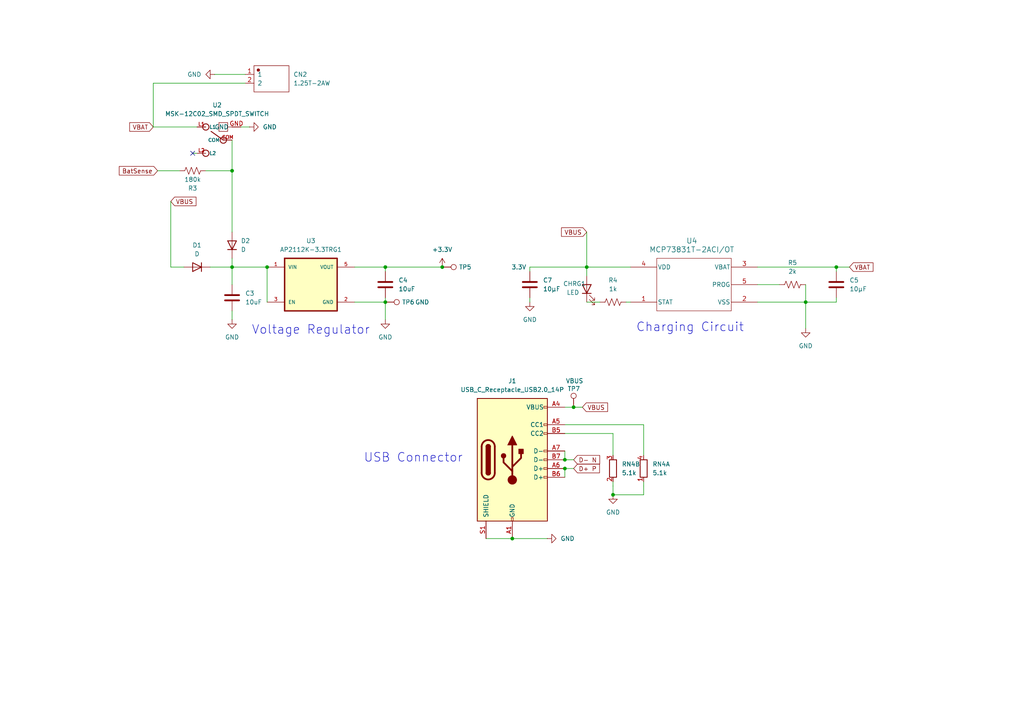
<source format=kicad_sch>
(kicad_sch
	(version 20231120)
	(generator "eeschema")
	(generator_version "8.0")
	(uuid "3ab56ce5-7353-4e05-9b5b-41e3b191307d")
	(paper "A4")
	(lib_symbols
		(symbol "power:+3.3V"
			(power)
			(pin_numbers hide)
			(pin_names
				(offset 0) hide)
			(exclude_from_sim no)
			(in_bom yes)
			(on_board yes)
			(property "Reference" "#PWR"
				(at 0 -3.81 0)
				(effects
					(font
						(size 1.27 1.27)
					)
					(hide yes)
				)
			)
			(property "Value" "+3.3V"
				(at 0 3.556 0)
				(effects
					(font
						(size 1.27 1.27)
					)
				)
			)
			(property "Footprint" ""
				(at 0 0 0)
				(effects
					(font
						(size 1.27 1.27)
					)
					(hide yes)
				)
			)
			(property "Datasheet" ""
				(at 0 0 0)
				(effects
					(font
						(size 1.27 1.27)
					)
					(hide yes)
				)
			)
			(property "Description" "Power symbol creates a global label with name \"+3.3V\""
				(at 0 0 0)
				(effects
					(font
						(size 1.27 1.27)
					)
					(hide yes)
				)
			)
			(property "ki_keywords" "global power"
				(at 0 0 0)
				(effects
					(font
						(size 1.27 1.27)
					)
					(hide yes)
				)
			)
			(symbol "+3.3V_0_1"
				(polyline
					(pts
						(xy -0.762 1.27) (xy 0 2.54)
					)
					(stroke
						(width 0)
						(type default)
					)
					(fill
						(type none)
					)
				)
				(polyline
					(pts
						(xy 0 0) (xy 0 2.54)
					)
					(stroke
						(width 0)
						(type default)
					)
					(fill
						(type none)
					)
				)
				(polyline
					(pts
						(xy 0 2.54) (xy 0.762 1.27)
					)
					(stroke
						(width 0)
						(type default)
					)
					(fill
						(type none)
					)
				)
			)
			(symbol "+3.3V_1_1"
				(pin power_in line
					(at 0 0 90)
					(length 0)
					(name "~"
						(effects
							(font
								(size 1.27 1.27)
							)
						)
					)
					(number "1"
						(effects
							(font
								(size 1.27 1.27)
							)
						)
					)
				)
			)
		)
		(symbol "power:GND"
			(power)
			(pin_numbers hide)
			(pin_names
				(offset 0) hide)
			(exclude_from_sim no)
			(in_bom yes)
			(on_board yes)
			(property "Reference" "#PWR"
				(at 0 -6.35 0)
				(effects
					(font
						(size 1.27 1.27)
					)
					(hide yes)
				)
			)
			(property "Value" "GND"
				(at 0 -3.81 0)
				(effects
					(font
						(size 1.27 1.27)
					)
				)
			)
			(property "Footprint" ""
				(at 0 0 0)
				(effects
					(font
						(size 1.27 1.27)
					)
					(hide yes)
				)
			)
			(property "Datasheet" ""
				(at 0 0 0)
				(effects
					(font
						(size 1.27 1.27)
					)
					(hide yes)
				)
			)
			(property "Description" "Power symbol creates a global label with name \"GND\" , ground"
				(at 0 0 0)
				(effects
					(font
						(size 1.27 1.27)
					)
					(hide yes)
				)
			)
			(property "ki_keywords" "global power"
				(at 0 0 0)
				(effects
					(font
						(size 1.27 1.27)
					)
					(hide yes)
				)
			)
			(symbol "GND_0_1"
				(polyline
					(pts
						(xy 0 0) (xy 0 -1.27) (xy 1.27 -1.27) (xy 0 -2.54) (xy -1.27 -1.27) (xy 0 -1.27)
					)
					(stroke
						(width 0)
						(type default)
					)
					(fill
						(type none)
					)
				)
			)
			(symbol "GND_1_1"
				(pin power_in line
					(at 0 0 270)
					(length 0)
					(name "~"
						(effects
							(font
								(size 1.27 1.27)
							)
						)
					)
					(number "1"
						(effects
							(font
								(size 1.27 1.27)
							)
						)
					)
				)
			)
		)
		(symbol "uSlime:1.25T-2AW"
			(pin_names
				(offset 1.016)
			)
			(exclude_from_sim no)
			(in_bom yes)
			(on_board yes)
			(property "Reference" "CN"
				(at 0 6.5024 0)
				(effects
					(font
						(size 1.27 1.27)
					)
				)
			)
			(property "Value" "1.25T-2AW"
				(at 0 11.5824 0)
				(effects
					(font
						(size 1.27 1.27)
					)
				)
			)
			(property "Footprint" "uSlime-libs:CONN-TH_2P-P1.25_1.25T-2AW"
				(at 0 1.4224 0)
				(effects
					(font
						(size 1.27 1.27)
					)
					(hide yes)
				)
			)
			(property "Datasheet" "http://www.szlcsc.com/product/details_157311.html"
				(at 0 -3.6576 0)
				(effects
					(font
						(size 1.27 1.27)
					)
					(hide yes)
				)
			)
			(property "Description" "C145979"
				(at 0 -8.7376 0)
				(effects
					(font
						(size 1.27 1.27)
					)
					(hide yes)
				)
			)
			(property "uuid" "std:acc09904c2b24521a5e7f02a7fa98dec"
				(at 0 -8.7376 0)
				(effects
					(font
						(size 1.27 1.27)
					)
					(hide yes)
				)
			)
			(symbol "1.25T-2AW_1_1"
				(rectangle
					(start -3.81 3.81)
					(end 6.35 -3.81)
					(stroke
						(width 0.1524)
						(type solid)
					)
					(fill
						(type none)
					)
				)
				(circle
					(center -2.54 2.54)
					(radius 0.381)
					(stroke
						(width 0.1524)
						(type solid)
					)
					(fill
						(type outline)
					)
				)
				(pin input line
					(at -6.35 1.27 0)
					(length 2.54)
					(name "1"
						(effects
							(font
								(size 1.27 1.27)
							)
						)
					)
					(number "1"
						(effects
							(font
								(size 1.27 1.27)
							)
						)
					)
				)
				(pin input line
					(at -6.35 -1.27 0)
					(length 2.54)
					(name "2"
						(effects
							(font
								(size 1.27 1.27)
							)
						)
					)
					(number "2"
						(effects
							(font
								(size 1.27 1.27)
							)
						)
					)
				)
			)
		)
		(symbol "uSlime:AP2112K-3.3TRG1"
			(pin_names
				(offset 1.016)
			)
			(exclude_from_sim no)
			(in_bom yes)
			(on_board yes)
			(property "Reference" "U"
				(at -7.663 8.6476 0)
				(effects
					(font
						(size 1.27 1.27)
					)
					(justify left bottom)
				)
			)
			(property "Value" "AP2112K-3.3TRG1"
				(at -7.6489 -11.6507 0)
				(effects
					(font
						(size 1.27 1.27)
					)
					(justify left bottom)
				)
			)
			(property "Footprint" "uSlime-libs:SOT95P285X140-5N"
				(at 0 0 0)
				(effects
					(font
						(size 1.27 1.27)
					)
					(justify bottom)
					(hide yes)
				)
			)
			(property "Datasheet" ""
				(at 0 0 0)
				(effects
					(font
						(size 1.27 1.27)
					)
					(hide yes)
				)
			)
			(property "Description" ""
				(at 0 0 0)
				(effects
					(font
						(size 1.27 1.27)
					)
					(hide yes)
				)
			)
			(property "PARTREV" "2-2"
				(at 0 0 0)
				(effects
					(font
						(size 1.27 1.27)
					)
					(justify bottom)
					(hide yes)
				)
			)
			(property "MANUFACTURER" "Diodes Inc."
				(at 0 0 0)
				(effects
					(font
						(size 1.27 1.27)
					)
					(justify bottom)
					(hide yes)
				)
			)
			(symbol "AP2112K-3.3TRG1_0_0"
				(rectangle
					(start -7.62 -7.62)
					(end 7.62 7.62)
					(stroke
						(width 0.41)
						(type default)
					)
					(fill
						(type background)
					)
				)
				(pin power_in line
					(at -12.7 5.08 0)
					(length 5.08)
					(name "VIN"
						(effects
							(font
								(size 1.016 1.016)
							)
						)
					)
					(number "1"
						(effects
							(font
								(size 1.016 1.016)
							)
						)
					)
				)
				(pin power_in line
					(at 12.7 -5.08 180)
					(length 5.08)
					(name "GND"
						(effects
							(font
								(size 1.016 1.016)
							)
						)
					)
					(number "2"
						(effects
							(font
								(size 1.016 1.016)
							)
						)
					)
				)
				(pin input line
					(at -12.7 -5.08 0)
					(length 5.08)
					(name "EN"
						(effects
							(font
								(size 1.016 1.016)
							)
						)
					)
					(number "3"
						(effects
							(font
								(size 1.016 1.016)
							)
						)
					)
				)
				(pin power_in line
					(at 12.7 5.08 180)
					(length 5.08)
					(name "VOUT"
						(effects
							(font
								(size 1.016 1.016)
							)
						)
					)
					(number "5"
						(effects
							(font
								(size 1.016 1.016)
							)
						)
					)
				)
			)
		)
		(symbol "uSlime:C"
			(pin_numbers hide)
			(pin_names
				(offset 0.254)
			)
			(exclude_from_sim no)
			(in_bom yes)
			(on_board yes)
			(property "Reference" "C"
				(at 0.635 2.54 0)
				(effects
					(font
						(size 1.27 1.27)
					)
					(justify left)
				)
			)
			(property "Value" "C"
				(at 0.635 -2.54 0)
				(effects
					(font
						(size 1.27 1.27)
					)
					(justify left)
				)
			)
			(property "Footprint" "Capacitor_SMD:C_0402_1005Metric"
				(at 0.9652 -3.81 0)
				(effects
					(font
						(size 1.27 1.27)
					)
					(hide yes)
				)
			)
			(property "Datasheet" "~"
				(at 0 0 0)
				(effects
					(font
						(size 1.27 1.27)
					)
					(hide yes)
				)
			)
			(property "Description" "Unpolarized capacitor"
				(at 0 0 0)
				(effects
					(font
						(size 1.27 1.27)
					)
					(hide yes)
				)
			)
			(property "ki_keywords" "cap capacitor"
				(at 0 0 0)
				(effects
					(font
						(size 1.27 1.27)
					)
					(hide yes)
				)
			)
			(property "ki_fp_filters" "C_*"
				(at 0 0 0)
				(effects
					(font
						(size 1.27 1.27)
					)
					(hide yes)
				)
			)
			(symbol "C_0_1"
				(polyline
					(pts
						(xy -2.032 -0.762) (xy 2.032 -0.762)
					)
					(stroke
						(width 0.508)
						(type default)
					)
					(fill
						(type none)
					)
				)
				(polyline
					(pts
						(xy -2.032 0.762) (xy 2.032 0.762)
					)
					(stroke
						(width 0.508)
						(type default)
					)
					(fill
						(type none)
					)
				)
			)
			(symbol "C_1_1"
				(pin passive line
					(at 0 3.81 270)
					(length 2.794)
					(name "~"
						(effects
							(font
								(size 1.27 1.27)
							)
						)
					)
					(number "1"
						(effects
							(font
								(size 1.27 1.27)
							)
						)
					)
				)
				(pin passive line
					(at 0 -3.81 90)
					(length 2.794)
					(name "~"
						(effects
							(font
								(size 1.27 1.27)
							)
						)
					)
					(number "2"
						(effects
							(font
								(size 1.27 1.27)
							)
						)
					)
				)
			)
		)
		(symbol "uSlime:D"
			(pin_numbers hide)
			(pin_names
				(offset 1.016) hide)
			(exclude_from_sim no)
			(in_bom yes)
			(on_board yes)
			(property "Reference" "D1"
				(at 0 -6.35 0)
				(effects
					(font
						(size 1.27 1.27)
					)
				)
			)
			(property "Value" "D"
				(at 0 -3.81 0)
				(effects
					(font
						(size 1.27 1.27)
					)
				)
			)
			(property "Footprint" "uSlime-libs:D_0402_1005Metric"
				(at 0 0 0)
				(effects
					(font
						(size 1.27 1.27)
					)
					(hide yes)
				)
			)
			(property "Datasheet" "~"
				(at 0 0 0)
				(effects
					(font
						(size 1.27 1.27)
					)
					(hide yes)
				)
			)
			(property "Description" "Diode"
				(at 0 0 0)
				(effects
					(font
						(size 1.27 1.27)
					)
					(hide yes)
				)
			)
			(property "Sim.Device" "D"
				(at 0 0 0)
				(effects
					(font
						(size 1.27 1.27)
					)
					(hide yes)
				)
			)
			(property "Sim.Pins" "1=K 2=A"
				(at 0 0 0)
				(effects
					(font
						(size 1.27 1.27)
					)
					(hide yes)
				)
			)
			(property "ki_keywords" "diode"
				(at 0 0 0)
				(effects
					(font
						(size 1.27 1.27)
					)
					(hide yes)
				)
			)
			(property "ki_fp_filters" "TO-???* *_Diode_* *SingleDiode* D_*"
				(at 0 0 0)
				(effects
					(font
						(size 1.27 1.27)
					)
					(hide yes)
				)
			)
			(symbol "D_0_1"
				(polyline
					(pts
						(xy -1.27 1.27) (xy -1.27 -1.27)
					)
					(stroke
						(width 0.254)
						(type default)
					)
					(fill
						(type none)
					)
				)
				(polyline
					(pts
						(xy 1.27 0) (xy -1.27 0)
					)
					(stroke
						(width 0)
						(type default)
					)
					(fill
						(type none)
					)
				)
				(polyline
					(pts
						(xy 1.27 1.27) (xy 1.27 -1.27) (xy -1.27 0) (xy 1.27 1.27)
					)
					(stroke
						(width 0.254)
						(type default)
					)
					(fill
						(type none)
					)
				)
			)
			(symbol "D_1_1"
				(pin passive line
					(at -3.81 0 0)
					(length 2.54)
					(name "K"
						(effects
							(font
								(size 1.27 1.27)
							)
						)
					)
					(number "1"
						(effects
							(font
								(size 1.27 1.27)
							)
						)
					)
				)
				(pin passive line
					(at 3.81 0 180)
					(length 2.54)
					(name "A"
						(effects
							(font
								(size 1.27 1.27)
							)
						)
					)
					(number "2"
						(effects
							(font
								(size 1.27 1.27)
							)
						)
					)
				)
			)
		)
		(symbol "uSlime:LED"
			(pin_numbers hide)
			(pin_names
				(offset 1.016) hide)
			(exclude_from_sim no)
			(in_bom yes)
			(on_board yes)
			(property "Reference" "D"
				(at 0 2.54 0)
				(effects
					(font
						(size 1.27 1.27)
					)
				)
			)
			(property "Value" "LED"
				(at 0 -2.54 0)
				(effects
					(font
						(size 1.27 1.27)
					)
				)
			)
			(property "Footprint" "LED_SMD:LED_0402_1005Metric"
				(at 0 0 0)
				(effects
					(font
						(size 1.27 1.27)
					)
					(hide yes)
				)
			)
			(property "Datasheet" "~"
				(at 0 0 0)
				(effects
					(font
						(size 1.27 1.27)
					)
					(hide yes)
				)
			)
			(property "Description" "Light emitting diode"
				(at 0 0 0)
				(effects
					(font
						(size 1.27 1.27)
					)
					(hide yes)
				)
			)
			(property "ki_keywords" "LED diode"
				(at 0 0 0)
				(effects
					(font
						(size 1.27 1.27)
					)
					(hide yes)
				)
			)
			(property "ki_fp_filters" "LED* LED_SMD:* LED_THT:*"
				(at 0 0 0)
				(effects
					(font
						(size 1.27 1.27)
					)
					(hide yes)
				)
			)
			(symbol "LED_0_1"
				(polyline
					(pts
						(xy -1.27 -1.27) (xy -1.27 1.27)
					)
					(stroke
						(width 0.254)
						(type default)
					)
					(fill
						(type none)
					)
				)
				(polyline
					(pts
						(xy -1.27 0) (xy 1.27 0)
					)
					(stroke
						(width 0)
						(type default)
					)
					(fill
						(type none)
					)
				)
				(polyline
					(pts
						(xy 1.27 -1.27) (xy 1.27 1.27) (xy -1.27 0) (xy 1.27 -1.27)
					)
					(stroke
						(width 0.254)
						(type default)
					)
					(fill
						(type none)
					)
				)
				(polyline
					(pts
						(xy -3.048 -0.762) (xy -4.572 -2.286) (xy -3.81 -2.286) (xy -4.572 -2.286) (xy -4.572 -1.524)
					)
					(stroke
						(width 0)
						(type default)
					)
					(fill
						(type none)
					)
				)
				(polyline
					(pts
						(xy -1.778 -0.762) (xy -3.302 -2.286) (xy -2.54 -2.286) (xy -3.302 -2.286) (xy -3.302 -1.524)
					)
					(stroke
						(width 0)
						(type default)
					)
					(fill
						(type none)
					)
				)
			)
			(symbol "LED_1_1"
				(pin passive line
					(at -3.81 0 0)
					(length 2.54)
					(name "K"
						(effects
							(font
								(size 1.27 1.27)
							)
						)
					)
					(number "1"
						(effects
							(font
								(size 1.27 1.27)
							)
						)
					)
				)
				(pin passive line
					(at 3.81 0 180)
					(length 2.54)
					(name "A"
						(effects
							(font
								(size 1.27 1.27)
							)
						)
					)
					(number "2"
						(effects
							(font
								(size 1.27 1.27)
							)
						)
					)
				)
			)
		)
		(symbol "uSlime:MCP73831T-2ACI_OT"
			(pin_names
				(offset 0.254)
			)
			(exclude_from_sim no)
			(in_bom yes)
			(on_board yes)
			(property "Reference" "U"
				(at 30.48 10.16 0)
				(effects
					(font
						(size 1.524 1.524)
					)
				)
			)
			(property "Value" "MCP73831T-2ACI/OT"
				(at 30.48 7.62 0)
				(effects
					(font
						(size 1.524 1.524)
					)
				)
			)
			(property "Footprint" "uSlime-libs:SOT-23-5_MC_MCH"
				(at 0 0 0)
				(effects
					(font
						(size 1.27 1.27)
						(italic yes)
					)
					(hide yes)
				)
			)
			(property "Datasheet" "MCP73831T-2ACI/OT"
				(at 12.7 0 0)
				(effects
					(font
						(size 1.27 1.27)
						(italic yes)
					)
					(hide yes)
				)
			)
			(property "Description" ""
				(at 12.7 0 0)
				(effects
					(font
						(size 1.27 1.27)
					)
					(hide yes)
				)
			)
			(property "ki_keywords" "MCP73831T-2ACI/OT"
				(at 0 0 0)
				(effects
					(font
						(size 1.27 1.27)
					)
					(hide yes)
				)
			)
			(property "ki_fp_filters" "SOT-23-5_MC_MCH SOT-23-5_MC_MCH-M SOT-23-5_MC_MCH-L"
				(at 0 0 0)
				(effects
					(font
						(size 1.27 1.27)
					)
					(hide yes)
				)
			)
			(symbol "MCP73831T-2ACI_OT_0_1"
				(polyline
					(pts
						(xy 20.32 -10.16) (xy 41.91 -10.16)
					)
					(stroke
						(width 0.127)
						(type default)
					)
					(fill
						(type none)
					)
				)
				(polyline
					(pts
						(xy 20.32 5.08) (xy 20.32 -10.16)
					)
					(stroke
						(width 0.127)
						(type default)
					)
					(fill
						(type none)
					)
				)
				(polyline
					(pts
						(xy 41.91 -10.16) (xy 41.91 5.08)
					)
					(stroke
						(width 0.127)
						(type default)
					)
					(fill
						(type none)
					)
				)
				(polyline
					(pts
						(xy 41.91 5.08) (xy 20.32 5.08)
					)
					(stroke
						(width 0.127)
						(type default)
					)
					(fill
						(type none)
					)
				)
				(pin unspecified line
					(at 12.7 -7.62 0)
					(length 7.62)
					(name "STAT"
						(effects
							(font
								(size 1.27 1.27)
							)
						)
					)
					(number "1"
						(effects
							(font
								(size 1.27 1.27)
							)
						)
					)
				)
				(pin unspecified line
					(at 49.53 -7.62 180)
					(length 7.62)
					(name "VSS"
						(effects
							(font
								(size 1.27 1.27)
							)
						)
					)
					(number "2"
						(effects
							(font
								(size 1.27 1.27)
							)
						)
					)
				)
				(pin unspecified line
					(at 49.53 2.54 180)
					(length 7.62)
					(name "VBAT"
						(effects
							(font
								(size 1.27 1.27)
							)
						)
					)
					(number "3"
						(effects
							(font
								(size 1.27 1.27)
							)
						)
					)
				)
				(pin unspecified line
					(at 12.7 2.54 0)
					(length 7.62)
					(name "VDD"
						(effects
							(font
								(size 1.27 1.27)
							)
						)
					)
					(number "4"
						(effects
							(font
								(size 1.27 1.27)
							)
						)
					)
				)
				(pin unspecified line
					(at 49.53 -2.54 180)
					(length 7.62)
					(name "PROG"
						(effects
							(font
								(size 1.27 1.27)
							)
						)
					)
					(number "5"
						(effects
							(font
								(size 1.27 1.27)
							)
						)
					)
				)
			)
		)
		(symbol "uSlime:MSK-12C02_SMD_SPDT_SWITCH"
			(pin_names
				(offset 1.016)
			)
			(exclude_from_sim no)
			(in_bom yes)
			(on_board yes)
			(property "Reference" "U"
				(at -5.08 7.62 0)
				(effects
					(font
						(size 1.27 1.27)
					)
					(justify left bottom)
				)
			)
			(property "Value" "MSK-12C02_SMD_SPDT_SWITCH"
				(at -5.08 -7.62 0)
				(effects
					(font
						(size 1.27 1.27)
					)
					(justify left bottom)
				)
			)
			(property "Footprint" "uSlime-libs:SW_PCM12SMTR"
				(at 0 0 0)
				(effects
					(font
						(size 1.27 1.27)
					)
					(justify bottom)
					(hide yes)
				)
			)
			(property "Datasheet" ""
				(at 0 0 0)
				(effects
					(font
						(size 1.27 1.27)
					)
					(hide yes)
				)
			)
			(property "Description" ""
				(at 0 0 0)
				(effects
					(font
						(size 1.27 1.27)
					)
					(hide yes)
				)
			)
			(symbol "MSK-12C02_SMD_SPDT_SWITCH_0_0"
				(circle
					(center -5.08 0)
					(radius 0.9158)
					(stroke
						(width 0.254)
						(type default)
					)
					(fill
						(type none)
					)
				)
				(circle
					(center 0 -3.81)
					(radius 0.9158)
					(stroke
						(width 0.254)
						(type default)
					)
					(fill
						(type none)
					)
				)
				(polyline
					(pts
						(xy -5.08 0) (xy -1.524 -2.54)
					)
					(stroke
						(width 0.254)
						(type default)
					)
					(fill
						(type none)
					)
				)
				(circle
					(center 0 3.81)
					(radius 0.9158)
					(stroke
						(width 0.254)
						(type default)
					)
					(fill
						(type none)
					)
				)
				(pin bidirectional line
					(at -7.62 0 0)
					(length 2.54)
					(name "COM"
						(effects
							(font
								(size 1.016 1.016)
							)
						)
					)
					(number "COM"
						(effects
							(font
								(size 1.016 1.016)
							)
						)
					)
				)
				(pin bidirectional line
					(at 2.54 -3.81 180)
					(length 2.54)
					(name "L1"
						(effects
							(font
								(size 1.016 1.016)
							)
						)
					)
					(number "L1"
						(effects
							(font
								(size 1.016 1.016)
							)
						)
					)
				)
				(pin bidirectional line
					(at 2.54 3.81 180)
					(length 2.54)
					(name "L2"
						(effects
							(font
								(size 1.016 1.016)
							)
						)
					)
					(number "L2"
						(effects
							(font
								(size 1.016 1.016)
							)
						)
					)
				)
			)
			(symbol "MSK-12C02_SMD_SPDT_SWITCH_0_1"
				(rectangle
					(start -6.35 -2.54)
					(end -3.81 -5.08)
					(stroke
						(width 0)
						(type default)
					)
					(fill
						(type none)
					)
				)
				(polyline
					(pts
						(xy -7.62 -3.81) (xy -6.35 -3.81)
					)
					(stroke
						(width 0)
						(type default)
					)
					(fill
						(type none)
					)
				)
			)
			(symbol "MSK-12C02_SMD_SPDT_SWITCH_1_1"
				(pin bidirectional line
					(at -10.16 -3.81 0)
					(length 2.54)
					(name "GND"
						(effects
							(font
								(size 1.27 1.27)
							)
						)
					)
					(number "GND"
						(effects
							(font
								(size 1.27 1.27)
							)
						)
					)
				)
			)
		)
		(symbol "uSlime:R_Pack02_Split"
			(pin_names
				(offset 0) hide)
			(exclude_from_sim no)
			(in_bom yes)
			(on_board yes)
			(property "Reference" "RN"
				(at 2.032 0 90)
				(effects
					(font
						(size 1.27 1.27)
					)
				)
			)
			(property "Value" "R_Pack02_Split"
				(at 0 0 90)
				(effects
					(font
						(size 1.27 1.27)
					)
				)
			)
			(property "Footprint" "Resistor_SMD:R_Array_Convex_2x0402"
				(at -2.032 0 90)
				(effects
					(font
						(size 1.27 1.27)
					)
					(hide yes)
				)
			)
			(property "Datasheet" "~"
				(at 0 0 0)
				(effects
					(font
						(size 1.27 1.27)
					)
					(hide yes)
				)
			)
			(property "Description" "2 resistor network, parallel topology, split"
				(at 0 0 0)
				(effects
					(font
						(size 1.27 1.27)
					)
					(hide yes)
				)
			)
			(property "ki_keywords" "R network parallel topology isolated"
				(at 0 0 0)
				(effects
					(font
						(size 1.27 1.27)
					)
					(hide yes)
				)
			)
			(property "ki_fp_filters" "DIP* SOIC* R*Array*Concave* R*Array*Convex*"
				(at 0 0 0)
				(effects
					(font
						(size 1.27 1.27)
					)
					(hide yes)
				)
			)
			(symbol "R_Pack02_Split_0_1"
				(rectangle
					(start 1.016 2.54)
					(end -1.016 -2.54)
					(stroke
						(width 0.254)
						(type default)
					)
					(fill
						(type none)
					)
				)
			)
			(symbol "R_Pack02_Split_1_1"
				(pin passive line
					(at 0 -3.81 90)
					(length 1.27)
					(name "R1.1"
						(effects
							(font
								(size 1.27 1.27)
							)
						)
					)
					(number "1"
						(effects
							(font
								(size 1.27 1.27)
							)
						)
					)
				)
				(pin passive line
					(at 0 3.81 270)
					(length 1.27)
					(name "R1.2"
						(effects
							(font
								(size 1.27 1.27)
							)
						)
					)
					(number "4"
						(effects
							(font
								(size 1.27 1.27)
							)
						)
					)
				)
			)
			(symbol "R_Pack02_Split_2_1"
				(pin passive line
					(at 0 -3.81 90)
					(length 1.27)
					(name "R2.1"
						(effects
							(font
								(size 1.27 1.27)
							)
						)
					)
					(number "2"
						(effects
							(font
								(size 1.27 1.27)
							)
						)
					)
				)
				(pin passive line
					(at 0 3.81 270)
					(length 1.27)
					(name "R2.2"
						(effects
							(font
								(size 1.27 1.27)
							)
						)
					)
					(number "3"
						(effects
							(font
								(size 1.27 1.27)
							)
						)
					)
				)
			)
		)
		(symbol "uSlime:R_US"
			(pin_numbers hide)
			(pin_names
				(offset 0)
			)
			(exclude_from_sim no)
			(in_bom yes)
			(on_board yes)
			(property "Reference" "R"
				(at 2.54 0 90)
				(effects
					(font
						(size 1.27 1.27)
					)
				)
			)
			(property "Value" "R_US"
				(at -2.54 0 90)
				(effects
					(font
						(size 1.27 1.27)
					)
				)
			)
			(property "Footprint" "Resistor_SMD:R_0402_1005Metric"
				(at 1.016 -0.254 90)
				(effects
					(font
						(size 1.27 1.27)
					)
					(hide yes)
				)
			)
			(property "Datasheet" "~"
				(at 0 0 0)
				(effects
					(font
						(size 1.27 1.27)
					)
					(hide yes)
				)
			)
			(property "Description" "Resistor, US symbol"
				(at 0 0 0)
				(effects
					(font
						(size 1.27 1.27)
					)
					(hide yes)
				)
			)
			(property "ki_keywords" "R res resistor"
				(at 0 0 0)
				(effects
					(font
						(size 1.27 1.27)
					)
					(hide yes)
				)
			)
			(property "ki_fp_filters" "R_*"
				(at 0 0 0)
				(effects
					(font
						(size 1.27 1.27)
					)
					(hide yes)
				)
			)
			(symbol "R_US_0_1"
				(polyline
					(pts
						(xy 0 -2.286) (xy 0 -2.54)
					)
					(stroke
						(width 0)
						(type default)
					)
					(fill
						(type none)
					)
				)
				(polyline
					(pts
						(xy 0 2.286) (xy 0 2.54)
					)
					(stroke
						(width 0)
						(type default)
					)
					(fill
						(type none)
					)
				)
				(polyline
					(pts
						(xy 0 -0.762) (xy 1.016 -1.143) (xy 0 -1.524) (xy -1.016 -1.905) (xy 0 -2.286)
					)
					(stroke
						(width 0)
						(type default)
					)
					(fill
						(type none)
					)
				)
				(polyline
					(pts
						(xy 0 0.762) (xy 1.016 0.381) (xy 0 0) (xy -1.016 -0.381) (xy 0 -0.762)
					)
					(stroke
						(width 0)
						(type default)
					)
					(fill
						(type none)
					)
				)
				(polyline
					(pts
						(xy 0 2.286) (xy 1.016 1.905) (xy 0 1.524) (xy -1.016 1.143) (xy 0 0.762)
					)
					(stroke
						(width 0)
						(type default)
					)
					(fill
						(type none)
					)
				)
			)
			(symbol "R_US_1_1"
				(pin passive line
					(at 0 3.81 270)
					(length 1.27)
					(name "~"
						(effects
							(font
								(size 1.27 1.27)
							)
						)
					)
					(number "1"
						(effects
							(font
								(size 1.27 1.27)
							)
						)
					)
				)
				(pin passive line
					(at 0 -3.81 90)
					(length 1.27)
					(name "~"
						(effects
							(font
								(size 1.27 1.27)
							)
						)
					)
					(number "2"
						(effects
							(font
								(size 1.27 1.27)
							)
						)
					)
				)
			)
		)
		(symbol "uSlime:TestPoint"
			(pin_numbers hide)
			(pin_names
				(offset 0.762) hide)
			(exclude_from_sim no)
			(in_bom yes)
			(on_board yes)
			(property "Reference" "TP1"
				(at 0 4.826 90)
				(effects
					(font
						(size 1.27 1.27)
					)
					(justify left)
				)
			)
			(property "Value" "TestPoint"
				(at 0 8.636 90)
				(effects
					(font
						(size 1.27 1.27)
					)
					(justify left)
				)
			)
			(property "Footprint" "TestPoint:TestPoint_Pad_2.0x2.0mm"
				(at 5.08 0 0)
				(effects
					(font
						(size 1.27 1.27)
					)
					(hide yes)
				)
			)
			(property "Datasheet" "~"
				(at 5.08 0 0)
				(effects
					(font
						(size 1.27 1.27)
					)
					(hide yes)
				)
			)
			(property "Description" "test point"
				(at 0 0 0)
				(effects
					(font
						(size 1.27 1.27)
					)
					(hide yes)
				)
			)
			(property "ki_keywords" "test point tp"
				(at 0 0 0)
				(effects
					(font
						(size 1.27 1.27)
					)
					(hide yes)
				)
			)
			(property "ki_fp_filters" "Pin* Test*"
				(at 0 0 0)
				(effects
					(font
						(size 1.27 1.27)
					)
					(hide yes)
				)
			)
			(symbol "TestPoint_0_1"
				(circle
					(center 0 3.302)
					(radius 0.762)
					(stroke
						(width 0)
						(type default)
					)
					(fill
						(type none)
					)
				)
			)
			(symbol "TestPoint_1_1"
				(pin passive line
					(at 0 0 90)
					(length 2.54)
					(name "1"
						(effects
							(font
								(size 1.27 1.27)
							)
						)
					)
					(number "1"
						(effects
							(font
								(size 1.27 1.27)
							)
						)
					)
				)
			)
		)
		(symbol "uSlime:USB_C_Receptacle_USB2.0_14P"
			(pin_names
				(offset 1.016)
			)
			(exclude_from_sim no)
			(in_bom yes)
			(on_board yes)
			(property "Reference" "J1"
				(at 0 22.86 0)
				(effects
					(font
						(size 1.27 1.27)
					)
				)
			)
			(property "Value" "USB_C_Receptacle_USB2.0_14P"
				(at 0 20.32 0)
				(effects
					(font
						(size 1.27 1.27)
					)
				)
			)
			(property "Footprint" "Connector_USB:USB_C_Receptacle_GCT_USB4105-xx-A_16P_TopMnt_Horizontal"
				(at 3.81 0 0)
				(effects
					(font
						(size 1.27 1.27)
					)
					(hide yes)
				)
			)
			(property "Datasheet" "https://www.usb.org/sites/default/files/documents/usb_type-c.zip"
				(at 3.81 0 0)
				(effects
					(font
						(size 1.27 1.27)
					)
					(hide yes)
				)
			)
			(property "Description" "USB 2.0-only 14P Type-C Receptacle connector"
				(at 0 0 0)
				(effects
					(font
						(size 1.27 1.27)
					)
					(hide yes)
				)
			)
			(property "ki_keywords" "usb universal serial bus type-C USB2.0"
				(at 0 0 0)
				(effects
					(font
						(size 1.27 1.27)
					)
					(hide yes)
				)
			)
			(property "ki_fp_filters" "USB*C*Receptacle*"
				(at 0 0 0)
				(effects
					(font
						(size 1.27 1.27)
					)
					(hide yes)
				)
			)
			(symbol "USB_C_Receptacle_USB2.0_14P_0_0"
				(rectangle
					(start -0.254 -17.78)
					(end 0.254 -16.764)
					(stroke
						(width 0)
						(type default)
					)
					(fill
						(type none)
					)
				)
				(rectangle
					(start 10.16 -4.826)
					(end 9.144 -5.334)
					(stroke
						(width 0)
						(type default)
					)
					(fill
						(type none)
					)
				)
				(rectangle
					(start 10.16 -2.286)
					(end 9.144 -2.794)
					(stroke
						(width 0)
						(type default)
					)
					(fill
						(type none)
					)
				)
				(rectangle
					(start 10.16 0.254)
					(end 9.144 -0.254)
					(stroke
						(width 0)
						(type default)
					)
					(fill
						(type none)
					)
				)
				(rectangle
					(start 10.16 2.794)
					(end 9.144 2.286)
					(stroke
						(width 0)
						(type default)
					)
					(fill
						(type none)
					)
				)
				(rectangle
					(start 10.16 7.874)
					(end 9.144 7.366)
					(stroke
						(width 0)
						(type default)
					)
					(fill
						(type none)
					)
				)
				(rectangle
					(start 10.16 10.414)
					(end 9.144 9.906)
					(stroke
						(width 0)
						(type default)
					)
					(fill
						(type none)
					)
				)
				(rectangle
					(start 10.16 15.494)
					(end 9.144 14.986)
					(stroke
						(width 0)
						(type default)
					)
					(fill
						(type none)
					)
				)
			)
			(symbol "USB_C_Receptacle_USB2.0_14P_0_1"
				(rectangle
					(start -10.16 17.78)
					(end 10.16 -17.78)
					(stroke
						(width 0.254)
						(type default)
					)
					(fill
						(type background)
					)
				)
				(arc
					(start -8.89 -3.81)
					(mid -6.985 -5.7067)
					(end -5.08 -3.81)
					(stroke
						(width 0.508)
						(type default)
					)
					(fill
						(type none)
					)
				)
				(arc
					(start -7.62 -3.81)
					(mid -6.985 -4.4423)
					(end -6.35 -3.81)
					(stroke
						(width 0.254)
						(type default)
					)
					(fill
						(type none)
					)
				)
				(arc
					(start -7.62 -3.81)
					(mid -6.985 -4.4423)
					(end -6.35 -3.81)
					(stroke
						(width 0.254)
						(type default)
					)
					(fill
						(type outline)
					)
				)
				(rectangle
					(start -7.62 -3.81)
					(end -6.35 3.81)
					(stroke
						(width 0.254)
						(type default)
					)
					(fill
						(type outline)
					)
				)
				(arc
					(start -6.35 3.81)
					(mid -6.985 4.4423)
					(end -7.62 3.81)
					(stroke
						(width 0.254)
						(type default)
					)
					(fill
						(type none)
					)
				)
				(arc
					(start -6.35 3.81)
					(mid -6.985 4.4423)
					(end -7.62 3.81)
					(stroke
						(width 0.254)
						(type default)
					)
					(fill
						(type outline)
					)
				)
				(arc
					(start -5.08 3.81)
					(mid -6.985 5.7067)
					(end -8.89 3.81)
					(stroke
						(width 0.508)
						(type default)
					)
					(fill
						(type none)
					)
				)
				(circle
					(center -2.54 1.143)
					(radius 0.635)
					(stroke
						(width 0.254)
						(type default)
					)
					(fill
						(type outline)
					)
				)
				(circle
					(center 0 -5.842)
					(radius 1.27)
					(stroke
						(width 0)
						(type default)
					)
					(fill
						(type outline)
					)
				)
				(polyline
					(pts
						(xy -8.89 -3.81) (xy -8.89 3.81)
					)
					(stroke
						(width 0.508)
						(type default)
					)
					(fill
						(type none)
					)
				)
				(polyline
					(pts
						(xy -5.08 3.81) (xy -5.08 -3.81)
					)
					(stroke
						(width 0.508)
						(type default)
					)
					(fill
						(type none)
					)
				)
				(polyline
					(pts
						(xy 0 -5.842) (xy 0 4.318)
					)
					(stroke
						(width 0.508)
						(type default)
					)
					(fill
						(type none)
					)
				)
				(polyline
					(pts
						(xy 0 -3.302) (xy -2.54 -0.762) (xy -2.54 0.508)
					)
					(stroke
						(width 0.508)
						(type default)
					)
					(fill
						(type none)
					)
				)
				(polyline
					(pts
						(xy 0 -2.032) (xy 2.54 0.508) (xy 2.54 1.778)
					)
					(stroke
						(width 0.508)
						(type default)
					)
					(fill
						(type none)
					)
				)
				(polyline
					(pts
						(xy -1.27 4.318) (xy 0 6.858) (xy 1.27 4.318) (xy -1.27 4.318)
					)
					(stroke
						(width 0.254)
						(type default)
					)
					(fill
						(type outline)
					)
				)
				(rectangle
					(start 1.905 1.778)
					(end 3.175 3.048)
					(stroke
						(width 0.254)
						(type default)
					)
					(fill
						(type outline)
					)
				)
			)
			(symbol "USB_C_Receptacle_USB2.0_14P_1_1"
				(pin passive line
					(at 0 -22.86 90)
					(length 5.08)
					(name "GND"
						(effects
							(font
								(size 1.27 1.27)
							)
						)
					)
					(number "A1"
						(effects
							(font
								(size 1.27 1.27)
							)
						)
					)
				)
				(pin passive line
					(at 0 -22.86 90)
					(length 5.08) hide
					(name "GND"
						(effects
							(font
								(size 1.27 1.27)
							)
						)
					)
					(number "A12"
						(effects
							(font
								(size 1.27 1.27)
							)
						)
					)
				)
				(pin passive line
					(at 15.24 15.24 180)
					(length 5.08)
					(name "VBUS"
						(effects
							(font
								(size 1.27 1.27)
							)
						)
					)
					(number "A4"
						(effects
							(font
								(size 1.27 1.27)
							)
						)
					)
				)
				(pin bidirectional line
					(at 15.24 10.16 180)
					(length 5.08)
					(name "CC1"
						(effects
							(font
								(size 1.27 1.27)
							)
						)
					)
					(number "A5"
						(effects
							(font
								(size 1.27 1.27)
							)
						)
					)
				)
				(pin bidirectional line
					(at 15.24 -2.54 180)
					(length 5.08)
					(name "D+"
						(effects
							(font
								(size 1.27 1.27)
							)
						)
					)
					(number "A6"
						(effects
							(font
								(size 1.27 1.27)
							)
						)
					)
				)
				(pin bidirectional line
					(at 15.24 2.54 180)
					(length 5.08)
					(name "D-"
						(effects
							(font
								(size 1.27 1.27)
							)
						)
					)
					(number "A7"
						(effects
							(font
								(size 1.27 1.27)
							)
						)
					)
				)
				(pin passive line
					(at 15.24 15.24 180)
					(length 5.08) hide
					(name "VBUS"
						(effects
							(font
								(size 1.27 1.27)
							)
						)
					)
					(number "A9"
						(effects
							(font
								(size 1.27 1.27)
							)
						)
					)
				)
				(pin passive line
					(at 0 -22.86 90)
					(length 5.08) hide
					(name "GND"
						(effects
							(font
								(size 1.27 1.27)
							)
						)
					)
					(number "B1"
						(effects
							(font
								(size 1.27 1.27)
							)
						)
					)
				)
				(pin passive line
					(at 0 -22.86 90)
					(length 5.08) hide
					(name "GND"
						(effects
							(font
								(size 1.27 1.27)
							)
						)
					)
					(number "B12"
						(effects
							(font
								(size 1.27 1.27)
							)
						)
					)
				)
				(pin passive line
					(at 15.24 15.24 180)
					(length 5.08) hide
					(name "VBUS"
						(effects
							(font
								(size 1.27 1.27)
							)
						)
					)
					(number "B4"
						(effects
							(font
								(size 1.27 1.27)
							)
						)
					)
				)
				(pin bidirectional line
					(at 15.24 7.62 180)
					(length 5.08)
					(name "CC2"
						(effects
							(font
								(size 1.27 1.27)
							)
						)
					)
					(number "B5"
						(effects
							(font
								(size 1.27 1.27)
							)
						)
					)
				)
				(pin bidirectional line
					(at 15.24 -5.08 180)
					(length 5.08)
					(name "D+"
						(effects
							(font
								(size 1.27 1.27)
							)
						)
					)
					(number "B6"
						(effects
							(font
								(size 1.27 1.27)
							)
						)
					)
				)
				(pin bidirectional line
					(at 15.24 0 180)
					(length 5.08)
					(name "D-"
						(effects
							(font
								(size 1.27 1.27)
							)
						)
					)
					(number "B7"
						(effects
							(font
								(size 1.27 1.27)
							)
						)
					)
				)
				(pin passive line
					(at 15.24 15.24 180)
					(length 5.08) hide
					(name "VBUS"
						(effects
							(font
								(size 1.27 1.27)
							)
						)
					)
					(number "B9"
						(effects
							(font
								(size 1.27 1.27)
							)
						)
					)
				)
				(pin passive line
					(at -7.62 -22.86 90)
					(length 5.08)
					(name "SHIELD"
						(effects
							(font
								(size 1.27 1.27)
							)
						)
					)
					(number "S1"
						(effects
							(font
								(size 1.27 1.27)
							)
						)
					)
				)
			)
		)
	)
	(junction
		(at 163.83 135.89)
		(diameter 0)
		(color 0 0 0 0)
		(uuid "06c69555-6d9d-4128-bf5a-5ee5815973bc")
	)
	(junction
		(at 67.31 77.47)
		(diameter 0)
		(color 0 0 0 0)
		(uuid "16e0674d-d6fa-4d77-bf41-ebbb13c02c60")
	)
	(junction
		(at 177.8 143.51)
		(diameter 0)
		(color 0 0 0 0)
		(uuid "58d7c686-fd22-4227-bb11-046ef7571e5d")
	)
	(junction
		(at 128.27 77.47)
		(diameter 0)
		(color 0 0 0 0)
		(uuid "5f599ac0-5778-464d-85a7-0a4da7c8cd12")
	)
	(junction
		(at 111.76 77.47)
		(diameter 0)
		(color 0 0 0 0)
		(uuid "67190f94-0a6d-4655-9c1d-65542d8ce669")
	)
	(junction
		(at 111.76 87.63)
		(diameter 0)
		(color 0 0 0 0)
		(uuid "67e11558-7032-4492-8f74-1300e464551a")
	)
	(junction
		(at 163.83 133.35)
		(diameter 0)
		(color 0 0 0 0)
		(uuid "792d5371-d6b6-4cdc-8969-13927b6a031a")
	)
	(junction
		(at 170.18 77.47)
		(diameter 0)
		(color 0 0 0 0)
		(uuid "831a171b-8155-4b46-b740-a80e8606f018")
	)
	(junction
		(at 67.31 49.53)
		(diameter 0)
		(color 0 0 0 0)
		(uuid "89fec5fa-9786-4a1c-be90-ebcff8160819")
	)
	(junction
		(at 166.37 118.11)
		(diameter 0)
		(color 0 0 0 0)
		(uuid "98463656-0f93-40f0-98e8-319eb920f509")
	)
	(junction
		(at 233.68 87.63)
		(diameter 0)
		(color 0 0 0 0)
		(uuid "f0268525-9551-4f0a-baf6-ba98525d62ec")
	)
	(junction
		(at 242.57 77.47)
		(diameter 0)
		(color 0 0 0 0)
		(uuid "f7ce548e-a2be-4bac-8017-831ddd3b40cc")
	)
	(junction
		(at 148.59 156.21)
		(diameter 0)
		(color 0 0 0 0)
		(uuid "f8d5927f-644f-4cb5-a7c9-eb21893c7288")
	)
	(junction
		(at 77.47 77.47)
		(diameter 0)
		(color 0 0 0 0)
		(uuid "fab6da95-ff50-422c-9af7-51d349d62caf")
	)
	(no_connect
		(at 55.88 44.45)
		(uuid "7ea9caa0-e62f-4a6d-a7fb-187badf5f79e")
	)
	(wire
		(pts
			(xy 59.69 49.53) (xy 67.31 49.53)
		)
		(stroke
			(width 0)
			(type default)
		)
		(uuid "092eeb26-6688-43be-9a7a-ecad38a24f36")
	)
	(wire
		(pts
			(xy 163.83 135.89) (xy 163.83 138.43)
		)
		(stroke
			(width 0)
			(type default)
		)
		(uuid "12b596d6-e5a7-46ab-b518-b21dc9edd887")
	)
	(wire
		(pts
			(xy 53.34 77.47) (xy 49.53 77.47)
		)
		(stroke
			(width 0)
			(type default)
		)
		(uuid "14760d8b-2545-4306-9a43-b295f55e3b94")
	)
	(wire
		(pts
			(xy 219.71 77.47) (xy 242.57 77.47)
		)
		(stroke
			(width 0)
			(type default)
		)
		(uuid "18309a03-bdf5-4f02-969b-f846a2377daf")
	)
	(wire
		(pts
			(xy 186.69 123.19) (xy 186.69 132.08)
		)
		(stroke
			(width 0.1524)
			(type solid)
		)
		(uuid "1d6b93b5-0462-41d7-9e4c-356a1ef2a1ea")
	)
	(wire
		(pts
			(xy 186.69 143.51) (xy 186.69 140.97)
		)
		(stroke
			(width 0.1524)
			(type solid)
		)
		(uuid "2100e373-1b7e-436a-85a0-cf28b5ac1ea7")
	)
	(wire
		(pts
			(xy 242.57 78.74) (xy 242.57 77.47)
		)
		(stroke
			(width 0)
			(type default)
		)
		(uuid "27b23d15-fc17-48bd-bf9f-fb187e16b184")
	)
	(wire
		(pts
			(xy 102.87 77.47) (xy 111.76 77.47)
		)
		(stroke
			(width 0)
			(type default)
		)
		(uuid "27d26388-2923-4eb1-8293-5c5b89870005")
	)
	(wire
		(pts
			(xy 67.31 77.47) (xy 60.96 77.47)
		)
		(stroke
			(width 0)
			(type default)
		)
		(uuid "2a32401b-f226-43db-a204-03a81aa028f6")
	)
	(wire
		(pts
			(xy 177.8 125.73) (xy 177.8 132.08)
		)
		(stroke
			(width 0.1524)
			(type solid)
		)
		(uuid "32d01e68-31ce-4d9f-b400-cff6ef27c8da")
	)
	(wire
		(pts
			(xy 77.47 77.47) (xy 77.47 87.63)
		)
		(stroke
			(width 0)
			(type default)
		)
		(uuid "34ebc84a-387c-4c53-bf80-b8689b197c5f")
	)
	(wire
		(pts
			(xy 163.83 118.11) (xy 166.37 118.11)
		)
		(stroke
			(width 0.1524)
			(type solid)
		)
		(uuid "3632a7bc-5e84-435e-b0a8-97f578c97cb7")
	)
	(wire
		(pts
			(xy 111.76 78.74) (xy 111.76 77.47)
		)
		(stroke
			(width 0)
			(type default)
		)
		(uuid "3f9edcaa-5b68-419b-93ac-bc1973dd14fc")
	)
	(wire
		(pts
			(xy 177.8 143.51) (xy 177.8 140.97)
		)
		(stroke
			(width 0.1524)
			(type solid)
		)
		(uuid "4005568a-7f63-407c-91d0-476fde28262c")
	)
	(wire
		(pts
			(xy 242.57 87.63) (xy 242.57 86.36)
		)
		(stroke
			(width 0)
			(type default)
		)
		(uuid "452727a6-b7a3-474a-9ca7-987c10d09527")
	)
	(wire
		(pts
			(xy 72.39 36.83) (xy 69.85 36.83)
		)
		(stroke
			(width 0)
			(type default)
		)
		(uuid "45421435-82e3-4720-94f3-df9fba2ed57b")
	)
	(wire
		(pts
			(xy 163.83 135.89) (xy 166.37 135.89)
		)
		(stroke
			(width 0.1524)
			(type solid)
		)
		(uuid "4931064a-df3b-4da4-af6a-a77eb3610da0")
	)
	(wire
		(pts
			(xy 111.76 87.63) (xy 111.76 86.36)
		)
		(stroke
			(width 0)
			(type default)
		)
		(uuid "4d0f73b3-5190-4f81-91ba-cc263df28df9")
	)
	(wire
		(pts
			(xy 62.23 21.59) (xy 71.12 21.59)
		)
		(stroke
			(width 0)
			(type default)
		)
		(uuid "50ddce5c-8151-45d1-9a96-627b2436b868")
	)
	(wire
		(pts
			(xy 219.71 82.55) (xy 226.06 82.55)
		)
		(stroke
			(width 0)
			(type default)
		)
		(uuid "51c38fab-56ec-4bd6-a27a-567df93c2c0e")
	)
	(wire
		(pts
			(xy 44.45 36.83) (xy 57.15 36.83)
		)
		(stroke
			(width 0)
			(type default)
		)
		(uuid "54331784-1550-4951-b8c5-104d611f6890")
	)
	(wire
		(pts
			(xy 153.67 86.36) (xy 153.67 87.63)
		)
		(stroke
			(width 0)
			(type default)
		)
		(uuid "5f096e6b-554d-4752-a736-4d749168e4a7")
	)
	(wire
		(pts
			(xy 170.18 77.47) (xy 182.88 77.47)
		)
		(stroke
			(width 0)
			(type default)
		)
		(uuid "60a53076-fc1d-4eb9-8b34-499e9b1c196f")
	)
	(wire
		(pts
			(xy 49.53 58.42) (xy 49.53 77.47)
		)
		(stroke
			(width 0)
			(type default)
		)
		(uuid "6a61c6a4-b94e-460a-b999-14dfcfd54f70")
	)
	(wire
		(pts
			(xy 55.88 44.45) (xy 57.15 44.45)
		)
		(stroke
			(width 0)
			(type default)
		)
		(uuid "6f32030c-730e-4d6b-8798-add0fc0e181b")
	)
	(wire
		(pts
			(xy 67.31 77.47) (xy 67.31 82.55)
		)
		(stroke
			(width 0)
			(type default)
		)
		(uuid "71c61492-e974-4563-89fe-7c318446d77b")
	)
	(wire
		(pts
			(xy 168.91 118.11) (xy 166.37 118.11)
		)
		(stroke
			(width 0)
			(type default)
		)
		(uuid "7322a48d-dd7f-491e-992c-b16fd38c75cb")
	)
	(wire
		(pts
			(xy 170.18 87.63) (xy 173.99 87.63)
		)
		(stroke
			(width 0)
			(type default)
		)
		(uuid "7365dc2d-602d-47e3-8ea3-10af28361dd0")
	)
	(wire
		(pts
			(xy 233.68 82.55) (xy 233.68 87.63)
		)
		(stroke
			(width 0)
			(type default)
		)
		(uuid "796bc070-5e6f-41b3-bd5b-241eb9848ea9")
	)
	(wire
		(pts
			(xy 166.37 118.11) (xy 168.91 118.11)
		)
		(stroke
			(width 0.1524)
			(type solid)
		)
		(uuid "7b140ca5-9b4d-4ab4-9345-c12735b4065a")
	)
	(wire
		(pts
			(xy 242.57 77.47) (xy 246.38 77.47)
		)
		(stroke
			(width 0)
			(type default)
		)
		(uuid "7b63429a-9573-434c-a3f2-b8ba9fc37519")
	)
	(wire
		(pts
			(xy 111.76 77.47) (xy 128.27 77.47)
		)
		(stroke
			(width 0)
			(type default)
		)
		(uuid "8096a27f-248a-448c-9ddc-099c0ecb7a0e")
	)
	(wire
		(pts
			(xy 233.68 87.63) (xy 219.71 87.63)
		)
		(stroke
			(width 0)
			(type default)
		)
		(uuid "8a9e9f27-d856-4cd7-92f8-79ba9478e881")
	)
	(wire
		(pts
			(xy 181.61 87.63) (xy 182.88 87.63)
		)
		(stroke
			(width 0)
			(type default)
		)
		(uuid "8b5082d1-9d15-440a-bfb8-0eeb41315a85")
	)
	(wire
		(pts
			(xy 102.87 87.63) (xy 111.76 87.63)
		)
		(stroke
			(width 0)
			(type default)
		)
		(uuid "904cdb64-a730-4ac5-8d87-b0098728f741")
	)
	(wire
		(pts
			(xy 163.83 130.81) (xy 163.83 133.35)
		)
		(stroke
			(width 0)
			(type default)
		)
		(uuid "919491b7-55e4-4fd3-931f-90646c627351")
	)
	(wire
		(pts
			(xy 67.31 40.64) (xy 67.31 49.53)
		)
		(stroke
			(width 0)
			(type default)
		)
		(uuid "921029f8-e191-4774-8d58-20cecd0a8e19")
	)
	(wire
		(pts
			(xy 186.69 139.7) (xy 186.69 140.97)
		)
		(stroke
			(width 0)
			(type default)
		)
		(uuid "959f1cd4-2715-4287-be45-aaf7d7622beb")
	)
	(wire
		(pts
			(xy 44.45 24.13) (xy 44.45 36.83)
		)
		(stroke
			(width 0)
			(type default)
		)
		(uuid "966a112a-8cfd-400c-9366-dcb4a4904f03")
	)
	(wire
		(pts
			(xy 233.68 87.63) (xy 233.68 95.25)
		)
		(stroke
			(width 0)
			(type default)
		)
		(uuid "9a7b4cf1-1d93-44eb-85ff-96e9029add5c")
	)
	(wire
		(pts
			(xy 163.83 133.35) (xy 166.37 133.35)
		)
		(stroke
			(width 0.1524)
			(type solid)
		)
		(uuid "9ea5fa1b-5eeb-4b55-bbac-c1f529446513")
	)
	(wire
		(pts
			(xy 177.8 143.51) (xy 186.69 143.51)
		)
		(stroke
			(width 0.1524)
			(type solid)
		)
		(uuid "a3016b56-0b69-4fd4-b224-e03be8191f51")
	)
	(wire
		(pts
			(xy 67.31 74.93) (xy 67.31 77.47)
		)
		(stroke
			(width 0)
			(type default)
		)
		(uuid "a80981e8-4c48-4792-9dcf-28972829b030")
	)
	(wire
		(pts
			(xy 111.76 87.63) (xy 111.76 92.71)
		)
		(stroke
			(width 0)
			(type default)
		)
		(uuid "b39fc690-e9dd-4f05-8322-aa85ca747619")
	)
	(wire
		(pts
			(xy 67.31 49.53) (xy 67.31 67.31)
		)
		(stroke
			(width 0)
			(type default)
		)
		(uuid "b4e252a6-bdf2-4c7c-a937-448b48bf92a4")
	)
	(wire
		(pts
			(xy 163.83 123.19) (xy 186.69 123.19)
		)
		(stroke
			(width 0.1524)
			(type solid)
		)
		(uuid "b54fe63f-39ed-4fce-acfd-e8352204a3c1")
	)
	(wire
		(pts
			(xy 170.18 80.01) (xy 170.18 77.47)
		)
		(stroke
			(width 0)
			(type default)
		)
		(uuid "bd678d13-cfc5-4316-90ed-1695e6c03dc8")
	)
	(wire
		(pts
			(xy 67.31 90.17) (xy 67.31 92.71)
		)
		(stroke
			(width 0)
			(type default)
		)
		(uuid "c4e9faa3-fa1f-4a55-bdec-9cc75d5d57d8")
	)
	(wire
		(pts
			(xy 67.31 77.47) (xy 77.47 77.47)
		)
		(stroke
			(width 0)
			(type default)
		)
		(uuid "c92702ea-ffee-49b9-a398-e63f51e6d2c2")
	)
	(wire
		(pts
			(xy 163.83 125.73) (xy 177.8 125.73)
		)
		(stroke
			(width 0.1524)
			(type solid)
		)
		(uuid "cb887381-e4c1-4a92-bb89-2195e0eec391")
	)
	(wire
		(pts
			(xy 170.18 67.31) (xy 170.18 77.47)
		)
		(stroke
			(width 0)
			(type default)
		)
		(uuid "cb906b8a-eee6-46b7-bff9-a81f058021c8")
	)
	(wire
		(pts
			(xy 233.68 87.63) (xy 242.57 87.63)
		)
		(stroke
			(width 0)
			(type default)
		)
		(uuid "d3783148-99cf-419c-91ed-bc9673519620")
	)
	(wire
		(pts
			(xy 52.07 49.53) (xy 45.72 49.53)
		)
		(stroke
			(width 0)
			(type default)
		)
		(uuid "d944bdf8-7f73-4194-bd88-a15b1daaf700")
	)
	(wire
		(pts
			(xy 158.75 156.21) (xy 148.59 156.21)
		)
		(stroke
			(width 0)
			(type default)
		)
		(uuid "db2f389d-4bb6-4c42-8b1e-0ad68cbf0013")
	)
	(wire
		(pts
			(xy 153.67 77.47) (xy 153.67 78.74)
		)
		(stroke
			(width 0)
			(type default)
		)
		(uuid "e6a13e13-c763-4745-adf3-2a882b815f3f")
	)
	(wire
		(pts
			(xy 170.18 77.47) (xy 153.67 77.47)
		)
		(stroke
			(width 0)
			(type default)
		)
		(uuid "f806bb3e-6eca-44d3-b121-70c157dd29f3")
	)
	(wire
		(pts
			(xy 140.97 156.21) (xy 148.59 156.21)
		)
		(stroke
			(width 0)
			(type default)
		)
		(uuid "fc5207d3-d1d7-4a31-a999-9d46250f8e00")
	)
	(wire
		(pts
			(xy 44.45 24.13) (xy 71.12 24.13)
		)
		(stroke
			(width 0)
			(type default)
		)
		(uuid "ff803c6c-d1ed-444d-a073-e02807e4d2c5")
	)
	(wire
		(pts
			(xy 177.8 139.7) (xy 177.8 140.97)
		)
		(stroke
			(width 0)
			(type default)
		)
		(uuid "ffca595c-9d04-4b95-ae41-4c2a10156135")
	)
	(text "Charging Circuit"
		(exclude_from_sim no)
		(at 200.152 94.996 0)
		(effects
			(font
				(size 2.54 2.54)
			)
		)
		(uuid "1cf9e991-91f0-4521-9eac-37739bd5a082")
	)
	(text "Voltage Regulator"
		(exclude_from_sim no)
		(at 90.17 95.758 0)
		(effects
			(font
				(size 2.54 2.54)
			)
		)
		(uuid "7ea0216d-f40e-40c7-a411-0a1f5d67b261")
	)
	(text "USB Connector"
		(exclude_from_sim no)
		(at 119.888 132.842 0)
		(effects
			(font
				(size 2.54 2.54)
			)
		)
		(uuid "d8837d14-7a32-49e4-9a7c-83047ea0d142")
	)
	(global_label "D+ P"
		(shape input)
		(at 166.37 135.89 0)
		(fields_autoplaced yes)
		(effects
			(font
				(size 1.27 1.27)
			)
			(justify left)
		)
		(uuid "0541651b-e083-4892-bfb7-a72a2c51a137")
		(property "Intersheetrefs" "${INTERSHEET_REFS}"
			(at 174.4352 135.89 0)
			(effects
				(font
					(size 1.27 1.27)
				)
				(justify left)
				(hide yes)
			)
		)
	)
	(global_label "VBAT"
		(shape input)
		(at 246.38 77.47 0)
		(fields_autoplaced yes)
		(effects
			(font
				(size 1.27 1.27)
			)
			(justify left)
		)
		(uuid "17d7868b-c465-448c-9836-4bab6e84a6c6")
		(property "Intersheetrefs" "${INTERSHEET_REFS}"
			(at 253.78 77.47 0)
			(effects
				(font
					(size 1.27 1.27)
				)
				(justify left)
				(hide yes)
			)
		)
	)
	(global_label "BatSense"
		(shape input)
		(at 45.72 49.53 180)
		(fields_autoplaced yes)
		(effects
			(font
				(size 1.27 1.27)
			)
			(justify right)
		)
		(uuid "578d10f7-4575-4c2f-8e26-50bb83b6ce6d")
		(property "Intersheetrefs" "${INTERSHEET_REFS}"
			(at 34.0263 49.53 0)
			(effects
				(font
					(size 1.27 1.27)
				)
				(justify right)
				(hide yes)
			)
		)
	)
	(global_label "VBAT"
		(shape input)
		(at 44.45 36.83 180)
		(fields_autoplaced yes)
		(effects
			(font
				(size 1.27 1.27)
			)
			(justify right)
		)
		(uuid "5814e4f8-8e49-4514-8245-daed1961cfd0")
		(property "Intersheetrefs" "${INTERSHEET_REFS}"
			(at 37.05 36.83 0)
			(effects
				(font
					(size 1.27 1.27)
				)
				(justify right)
				(hide yes)
			)
		)
	)
	(global_label "D- N"
		(shape input)
		(at 166.37 133.35 0)
		(fields_autoplaced yes)
		(effects
			(font
				(size 1.27 1.27)
			)
			(justify left)
		)
		(uuid "663f510d-a1aa-4513-9f02-4528568ed360")
		(property "Intersheetrefs" "${INTERSHEET_REFS}"
			(at 174.4957 133.35 0)
			(effects
				(font
					(size 1.27 1.27)
				)
				(justify left)
				(hide yes)
			)
		)
	)
	(global_label "VBUS"
		(shape input)
		(at 170.18 67.31 180)
		(fields_autoplaced yes)
		(effects
			(font
				(size 1.27 1.27)
			)
			(justify right)
		)
		(uuid "709de702-c969-4868-bc22-3e377f4df14a")
		(property "Intersheetrefs" "${INTERSHEET_REFS}"
			(at 162.2962 67.31 0)
			(effects
				(font
					(size 1.27 1.27)
				)
				(justify right)
				(hide yes)
			)
		)
	)
	(global_label "VBUS"
		(shape input)
		(at 49.53 58.42 0)
		(fields_autoplaced yes)
		(effects
			(font
				(size 1.27 1.27)
			)
			(justify left)
		)
		(uuid "d7286471-f980-4c95-ac27-cfe2caf0a985")
		(property "Intersheetrefs" "${INTERSHEET_REFS}"
			(at 57.4138 58.42 0)
			(effects
				(font
					(size 1.27 1.27)
				)
				(justify left)
				(hide yes)
			)
		)
	)
	(global_label "VBUS"
		(shape input)
		(at 168.91 118.11 0)
		(fields_autoplaced yes)
		(effects
			(font
				(size 1.27 1.27)
			)
			(justify left)
		)
		(uuid "fef6b8d9-c123-4cd6-83bb-f8f88aa501ef")
		(property "Intersheetrefs" "${INTERSHEET_REFS}"
			(at 176.7938 118.11 0)
			(effects
				(font
					(size 1.27 1.27)
				)
				(justify left)
				(hide yes)
			)
		)
	)
	(symbol
		(lib_id "uSlime:R_US")
		(at 177.8 87.63 90)
		(unit 1)
		(exclude_from_sim no)
		(in_bom yes)
		(on_board yes)
		(dnp no)
		(fields_autoplaced yes)
		(uuid "038580ce-b42b-4f53-811b-57d2bed74028")
		(property "Reference" "R4"
			(at 177.8 81.28 90)
			(effects
				(font
					(size 1.27 1.27)
				)
			)
		)
		(property "Value" "1k"
			(at 177.8 83.82 90)
			(effects
				(font
					(size 1.27 1.27)
				)
			)
		)
		(property "Footprint" "Resistor_SMD:R_0402_1005Metric"
			(at 178.054 86.614 90)
			(effects
				(font
					(size 1.27 1.27)
				)
				(hide yes)
			)
		)
		(property "Datasheet" "~"
			(at 177.8 87.63 0)
			(effects
				(font
					(size 1.27 1.27)
				)
				(hide yes)
			)
		)
		(property "Description" "Resistor, US symbol"
			(at 177.8 87.63 0)
			(effects
				(font
					(size 1.27 1.27)
				)
				(hide yes)
			)
		)
		(pin "2"
			(uuid "0177a218-73fb-4a18-ab07-6f0b16bec217")
		)
		(pin "1"
			(uuid "08f6c003-61a4-4706-a6d1-086718e0a532")
		)
		(instances
			(project "uSlime"
				(path "/f32c1c49-f803-4e7c-a530-6db148a7ba36/9141278c-15a6-43aa-8c9d-f1bdf7efadba"
					(reference "R4")
					(unit 1)
				)
			)
		)
	)
	(symbol
		(lib_id "power:GND")
		(at 177.8 143.51 0)
		(unit 1)
		(exclude_from_sim no)
		(in_bom yes)
		(on_board yes)
		(dnp no)
		(fields_autoplaced yes)
		(uuid "1418aae5-94e3-4b61-8501-c0d1e9e4e7a6")
		(property "Reference" "#PWR022"
			(at 177.8 149.86 0)
			(effects
				(font
					(size 1.27 1.27)
				)
				(hide yes)
			)
		)
		(property "Value" "GND"
			(at 177.8 148.59 0)
			(effects
				(font
					(size 1.27 1.27)
				)
			)
		)
		(property "Footprint" ""
			(at 177.8 143.51 0)
			(effects
				(font
					(size 1.27 1.27)
				)
				(hide yes)
			)
		)
		(property "Datasheet" ""
			(at 177.8 143.51 0)
			(effects
				(font
					(size 1.27 1.27)
				)
				(hide yes)
			)
		)
		(property "Description" "Power symbol creates a global label with name \"GND\" , ground"
			(at 177.8 143.51 0)
			(effects
				(font
					(size 1.27 1.27)
				)
				(hide yes)
			)
		)
		(pin "1"
			(uuid "c581dde2-5c1a-497c-8184-388be6195ebd")
		)
		(instances
			(project "uSlime"
				(path "/f32c1c49-f803-4e7c-a530-6db148a7ba36/9141278c-15a6-43aa-8c9d-f1bdf7efadba"
					(reference "#PWR022")
					(unit 1)
				)
			)
		)
	)
	(symbol
		(lib_id "uSlime:LED")
		(at 170.18 83.82 90)
		(unit 1)
		(exclude_from_sim no)
		(in_bom yes)
		(on_board yes)
		(dnp no)
		(uuid "15266ad7-0d13-40f8-8e38-890e89bbefe6")
		(property "Reference" "CHRG1"
			(at 163.322 82.296 90)
			(effects
				(font
					(size 1.27 1.27)
				)
				(justify right)
			)
		)
		(property "Value" "LED"
			(at 164.338 84.836 90)
			(effects
				(font
					(size 1.27 1.27)
				)
				(justify right)
			)
		)
		(property "Footprint" "LED_SMD:LED_0402_1005Metric"
			(at 170.18 83.82 0)
			(effects
				(font
					(size 1.27 1.27)
				)
				(hide yes)
			)
		)
		(property "Datasheet" "~"
			(at 170.18 83.82 0)
			(effects
				(font
					(size 1.27 1.27)
				)
				(hide yes)
			)
		)
		(property "Description" "Light emitting diode"
			(at 170.18 83.82 0)
			(effects
				(font
					(size 1.27 1.27)
				)
				(hide yes)
			)
		)
		(pin "1"
			(uuid "e9d1a3ad-7899-41cc-80b9-48f270aaf868")
		)
		(pin "2"
			(uuid "aa20c1be-2336-47ac-a12b-2098c286347f")
		)
		(instances
			(project "uSlime"
				(path "/f32c1c49-f803-4e7c-a530-6db148a7ba36/9141278c-15a6-43aa-8c9d-f1bdf7efadba"
					(reference "CHRG1")
					(unit 1)
				)
			)
		)
	)
	(symbol
		(lib_id "uSlime:C")
		(at 111.76 82.55 0)
		(unit 1)
		(exclude_from_sim no)
		(in_bom yes)
		(on_board yes)
		(dnp no)
		(fields_autoplaced yes)
		(uuid "3709596a-2e8f-4b05-9e5b-1fc678a24587")
		(property "Reference" "C4"
			(at 115.57 81.2799 0)
			(effects
				(font
					(size 1.27 1.27)
				)
				(justify left)
			)
		)
		(property "Value" "10uF"
			(at 115.57 83.8199 0)
			(effects
				(font
					(size 1.27 1.27)
				)
				(justify left)
			)
		)
		(property "Footprint" "Capacitor_SMD:C_0402_1005Metric"
			(at 112.7252 86.36 0)
			(effects
				(font
					(size 1.27 1.27)
				)
				(hide yes)
			)
		)
		(property "Datasheet" "~"
			(at 111.76 82.55 0)
			(effects
				(font
					(size 1.27 1.27)
				)
				(hide yes)
			)
		)
		(property "Description" "Unpolarized capacitor"
			(at 111.76 82.55 0)
			(effects
				(font
					(size 1.27 1.27)
				)
				(hide yes)
			)
		)
		(pin "1"
			(uuid "7da8dcc3-cb25-4bb2-80e7-c5e5be5f0b40")
		)
		(pin "2"
			(uuid "b86f73da-4dfe-4e89-a894-0abaa3809cf6")
		)
		(instances
			(project "uSlime"
				(path "/f32c1c49-f803-4e7c-a530-6db148a7ba36/9141278c-15a6-43aa-8c9d-f1bdf7efadba"
					(reference "C4")
					(unit 1)
				)
			)
		)
	)
	(symbol
		(lib_id "uSlime:MCP73831T-2ACI_OT")
		(at 170.18 80.01 0)
		(unit 1)
		(exclude_from_sim no)
		(in_bom yes)
		(on_board yes)
		(dnp no)
		(uuid "40ad6fe3-13be-4a00-9040-de838c403f9e")
		(property "Reference" "U4"
			(at 200.66 69.85 0)
			(effects
				(font
					(size 1.524 1.524)
				)
			)
		)
		(property "Value" "MCP73831T-2ACI/OT"
			(at 200.66 72.39 0)
			(effects
				(font
					(size 1.524 1.524)
				)
			)
		)
		(property "Footprint" "uSlime-libs:SOT-23-5_MC_MCH"
			(at 170.18 80.01 0)
			(effects
				(font
					(size 1.27 1.27)
					(italic yes)
				)
				(hide yes)
			)
		)
		(property "Datasheet" "MCP73831T-2ACI/OT"
			(at 170.18 80.01 0)
			(effects
				(font
					(size 1.27 1.27)
					(italic yes)
				)
				(hide yes)
			)
		)
		(property "Description" ""
			(at 170.18 80.01 0)
			(effects
				(font
					(size 1.27 1.27)
				)
				(hide yes)
			)
		)
		(pin "4"
			(uuid "419d57b5-4679-4a45-adb7-1718847deea5")
		)
		(pin "5"
			(uuid "2f6c6224-dba2-4ba8-af73-f827911b28fc")
		)
		(pin "1"
			(uuid "1ba8fe7e-ff0c-49fc-9627-3022e513d4be")
		)
		(pin "2"
			(uuid "6f2cb95a-79f7-4792-96b2-fdb9441dd209")
		)
		(pin "3"
			(uuid "078539b8-8196-46d6-8c86-eb6e2d82fc64")
		)
		(instances
			(project "uSlime"
				(path "/f32c1c49-f803-4e7c-a530-6db148a7ba36/9141278c-15a6-43aa-8c9d-f1bdf7efadba"
					(reference "U4")
					(unit 1)
				)
			)
		)
	)
	(symbol
		(lib_id "uSlime:R_US")
		(at 55.88 49.53 270)
		(unit 1)
		(exclude_from_sim no)
		(in_bom yes)
		(on_board yes)
		(dnp no)
		(uuid "4a1a1df7-590d-4acd-b417-38fe5a3cd25f")
		(property "Reference" "R3"
			(at 55.88 54.61 90)
			(effects
				(font
					(size 1.27 1.27)
				)
			)
		)
		(property "Value" "180k"
			(at 55.88 52.07 90)
			(effects
				(font
					(size 1.27 1.27)
				)
			)
		)
		(property "Footprint" "Resistor_SMD:R_0402_1005Metric"
			(at 55.626 50.546 90)
			(effects
				(font
					(size 1.27 1.27)
				)
				(hide yes)
			)
		)
		(property "Datasheet" "~"
			(at 55.88 49.53 0)
			(effects
				(font
					(size 1.27 1.27)
				)
				(hide yes)
			)
		)
		(property "Description" "Resistor, US symbol"
			(at 55.88 49.53 0)
			(effects
				(font
					(size 1.27 1.27)
				)
				(hide yes)
			)
		)
		(pin "2"
			(uuid "c2632139-82cf-4008-bfcd-3ef7be08d23b")
		)
		(pin "1"
			(uuid "9ff546d7-8e25-4aa8-9000-7cea61971474")
		)
		(instances
			(project "uSlime"
				(path "/f32c1c49-f803-4e7c-a530-6db148a7ba36/9141278c-15a6-43aa-8c9d-f1bdf7efadba"
					(reference "R3")
					(unit 1)
				)
			)
		)
	)
	(symbol
		(lib_id "uSlime:C")
		(at 67.31 86.36 0)
		(unit 1)
		(exclude_from_sim no)
		(in_bom yes)
		(on_board yes)
		(dnp no)
		(fields_autoplaced yes)
		(uuid "4d6c5076-7406-401c-8ea0-b11e8c75e032")
		(property "Reference" "C3"
			(at 71.12 85.0899 0)
			(effects
				(font
					(size 1.27 1.27)
				)
				(justify left)
			)
		)
		(property "Value" "10uF"
			(at 71.12 87.6299 0)
			(effects
				(font
					(size 1.27 1.27)
				)
				(justify left)
			)
		)
		(property "Footprint" "Capacitor_SMD:C_0402_1005Metric"
			(at 68.2752 90.17 0)
			(effects
				(font
					(size 1.27 1.27)
				)
				(hide yes)
			)
		)
		(property "Datasheet" "~"
			(at 67.31 86.36 0)
			(effects
				(font
					(size 1.27 1.27)
				)
				(hide yes)
			)
		)
		(property "Description" "Unpolarized capacitor"
			(at 67.31 86.36 0)
			(effects
				(font
					(size 1.27 1.27)
				)
				(hide yes)
			)
		)
		(pin "2"
			(uuid "dedf20ed-ce6f-4117-b547-8782fd43f5ae")
		)
		(pin "1"
			(uuid "5a4f7c24-3f2f-4c7a-b781-7574c4c5d3cd")
		)
		(instances
			(project "uSlime"
				(path "/f32c1c49-f803-4e7c-a530-6db148a7ba36/9141278c-15a6-43aa-8c9d-f1bdf7efadba"
					(reference "C3")
					(unit 1)
				)
			)
		)
	)
	(symbol
		(lib_id "power:+3.3V")
		(at 128.27 77.47 0)
		(unit 1)
		(exclude_from_sim no)
		(in_bom yes)
		(on_board yes)
		(dnp no)
		(fields_autoplaced yes)
		(uuid "550d70d5-1934-4be9-aba4-4f04711e0b73")
		(property "Reference" "#PWR019"
			(at 128.27 81.28 0)
			(effects
				(font
					(size 1.27 1.27)
				)
				(hide yes)
			)
		)
		(property "Value" "+3.3V"
			(at 128.27 72.39 0)
			(effects
				(font
					(size 1.27 1.27)
				)
			)
		)
		(property "Footprint" ""
			(at 128.27 77.47 0)
			(effects
				(font
					(size 1.27 1.27)
				)
				(hide yes)
			)
		)
		(property "Datasheet" ""
			(at 128.27 77.47 0)
			(effects
				(font
					(size 1.27 1.27)
				)
				(hide yes)
			)
		)
		(property "Description" "Power symbol creates a global label with name \"+3.3V\""
			(at 128.27 77.47 0)
			(effects
				(font
					(size 1.27 1.27)
				)
				(hide yes)
			)
		)
		(pin "1"
			(uuid "61aea1e4-9090-49f9-bf2c-b67a92c2fc94")
		)
		(instances
			(project "uSlime"
				(path "/f32c1c49-f803-4e7c-a530-6db148a7ba36/9141278c-15a6-43aa-8c9d-f1bdf7efadba"
					(reference "#PWR019")
					(unit 1)
				)
			)
		)
	)
	(symbol
		(lib_id "uSlime:TestPoint")
		(at 128.27 77.47 270)
		(unit 1)
		(exclude_from_sim no)
		(in_bom yes)
		(on_board yes)
		(dnp no)
		(uuid "56080666-6abb-4c6c-9b5c-9708a1e5f52f")
		(property "Reference" "TP5"
			(at 133.096 77.47 90)
			(effects
				(font
					(size 1.27 1.27)
				)
				(justify left)
			)
		)
		(property "Value" "3.3V"
			(at 148.336 77.47 90)
			(effects
				(font
					(size 1.27 1.27)
				)
				(justify left)
			)
		)
		(property "Footprint" "TestPoint:TestPoint_Pad_2.0x2.0mm"
			(at 128.27 82.55 0)
			(effects
				(font
					(size 1.27 1.27)
				)
				(hide yes)
			)
		)
		(property "Datasheet" "~"
			(at 128.27 82.55 0)
			(effects
				(font
					(size 1.27 1.27)
				)
				(hide yes)
			)
		)
		(property "Description" "test point"
			(at 128.27 77.47 0)
			(effects
				(font
					(size 1.27 1.27)
				)
				(hide yes)
			)
		)
		(pin "1"
			(uuid "d1c3fd09-abcf-43b4-86c9-c2cecbc23b95")
		)
		(instances
			(project "uSlime"
				(path "/f32c1c49-f803-4e7c-a530-6db148a7ba36/9141278c-15a6-43aa-8c9d-f1bdf7efadba"
					(reference "TP5")
					(unit 1)
				)
			)
		)
	)
	(symbol
		(lib_id "uSlime:TestPoint")
		(at 111.76 87.63 270)
		(unit 1)
		(exclude_from_sim no)
		(in_bom yes)
		(on_board yes)
		(dnp no)
		(uuid "5e8fa29b-c6b3-48e0-8346-6baf5acf51dd")
		(property "Reference" "TP6"
			(at 116.586 87.63 90)
			(effects
				(font
					(size 1.27 1.27)
				)
				(justify left)
			)
		)
		(property "Value" "GND"
			(at 120.396 87.63 90)
			(effects
				(font
					(size 1.27 1.27)
				)
				(justify left)
			)
		)
		(property "Footprint" "TestPoint:TestPoint_Pad_2.0x2.0mm"
			(at 111.76 92.71 0)
			(effects
				(font
					(size 1.27 1.27)
				)
				(hide yes)
			)
		)
		(property "Datasheet" "~"
			(at 111.76 92.71 0)
			(effects
				(font
					(size 1.27 1.27)
				)
				(hide yes)
			)
		)
		(property "Description" "test point"
			(at 111.76 87.63 0)
			(effects
				(font
					(size 1.27 1.27)
				)
				(hide yes)
			)
		)
		(pin "1"
			(uuid "a5abdfc2-893b-4836-a8e9-271181866654")
		)
		(instances
			(project "uSlime"
				(path "/f32c1c49-f803-4e7c-a530-6db148a7ba36/9141278c-15a6-43aa-8c9d-f1bdf7efadba"
					(reference "TP6")
					(unit 1)
				)
			)
		)
	)
	(symbol
		(lib_id "power:GND")
		(at 111.76 92.71 0)
		(unit 1)
		(exclude_from_sim no)
		(in_bom yes)
		(on_board yes)
		(dnp no)
		(fields_autoplaced yes)
		(uuid "6500941f-5cb4-47db-86d1-97ac02d6f86c")
		(property "Reference" "#PWR04"
			(at 111.76 99.06 0)
			(effects
				(font
					(size 1.27 1.27)
				)
				(hide yes)
			)
		)
		(property "Value" "GND"
			(at 111.76 97.79 0)
			(effects
				(font
					(size 1.27 1.27)
				)
			)
		)
		(property "Footprint" ""
			(at 111.76 92.71 0)
			(effects
				(font
					(size 1.27 1.27)
				)
				(hide yes)
			)
		)
		(property "Datasheet" ""
			(at 111.76 92.71 0)
			(effects
				(font
					(size 1.27 1.27)
				)
				(hide yes)
			)
		)
		(property "Description" "Power symbol creates a global label with name \"GND\" , ground"
			(at 111.76 92.71 0)
			(effects
				(font
					(size 1.27 1.27)
				)
				(hide yes)
			)
		)
		(pin "1"
			(uuid "96fddeeb-707b-4e89-a245-ece0809a56dd")
		)
		(instances
			(project "uSlime"
				(path "/f32c1c49-f803-4e7c-a530-6db148a7ba36/9141278c-15a6-43aa-8c9d-f1bdf7efadba"
					(reference "#PWR04")
					(unit 1)
				)
			)
		)
	)
	(symbol
		(lib_id "power:GND")
		(at 67.31 92.71 0)
		(unit 1)
		(exclude_from_sim no)
		(in_bom yes)
		(on_board yes)
		(dnp no)
		(fields_autoplaced yes)
		(uuid "70eff61a-3533-4446-9af8-ca477508e171")
		(property "Reference" "#PWR02"
			(at 67.31 99.06 0)
			(effects
				(font
					(size 1.27 1.27)
				)
				(hide yes)
			)
		)
		(property "Value" "GND"
			(at 67.31 97.79 0)
			(effects
				(font
					(size 1.27 1.27)
				)
			)
		)
		(property "Footprint" ""
			(at 67.31 92.71 0)
			(effects
				(font
					(size 1.27 1.27)
				)
				(hide yes)
			)
		)
		(property "Datasheet" ""
			(at 67.31 92.71 0)
			(effects
				(font
					(size 1.27 1.27)
				)
				(hide yes)
			)
		)
		(property "Description" "Power symbol creates a global label with name \"GND\" , ground"
			(at 67.31 92.71 0)
			(effects
				(font
					(size 1.27 1.27)
				)
				(hide yes)
			)
		)
		(pin "1"
			(uuid "399b40fc-afd4-440f-9321-14511c191f74")
		)
		(instances
			(project "uSlime"
				(path "/f32c1c49-f803-4e7c-a530-6db148a7ba36/9141278c-15a6-43aa-8c9d-f1bdf7efadba"
					(reference "#PWR02")
					(unit 1)
				)
			)
		)
	)
	(symbol
		(lib_id "uSlime:TestPoint")
		(at 166.37 118.11 0)
		(unit 1)
		(exclude_from_sim no)
		(in_bom yes)
		(on_board yes)
		(dnp no)
		(uuid "754ae677-3336-4069-90fc-4a66ae215108")
		(property "Reference" "TP7"
			(at 164.592 112.776 0)
			(effects
				(font
					(size 1.27 1.27)
				)
				(justify left)
			)
		)
		(property "Value" "VBUS"
			(at 164.084 110.49 0)
			(effects
				(font
					(size 1.27 1.27)
				)
				(justify left)
			)
		)
		(property "Footprint" "TestPoint:TestPoint_Pad_2.0x2.0mm"
			(at 171.45 118.11 0)
			(effects
				(font
					(size 1.27 1.27)
				)
				(hide yes)
			)
		)
		(property "Datasheet" "~"
			(at 171.45 118.11 0)
			(effects
				(font
					(size 1.27 1.27)
				)
				(hide yes)
			)
		)
		(property "Description" "test point"
			(at 166.37 118.11 0)
			(effects
				(font
					(size 1.27 1.27)
				)
				(hide yes)
			)
		)
		(pin "1"
			(uuid "472df01d-a6f3-428a-9a75-3988c68c8ab4")
		)
		(instances
			(project "uSlime"
				(path "/f32c1c49-f803-4e7c-a530-6db148a7ba36/9141278c-15a6-43aa-8c9d-f1bdf7efadba"
					(reference "TP7")
					(unit 1)
				)
			)
		)
	)
	(symbol
		(lib_id "uSlime:R_Pack02_Split")
		(at 177.8 135.89 0)
		(unit 2)
		(exclude_from_sim no)
		(in_bom yes)
		(on_board yes)
		(dnp no)
		(fields_autoplaced yes)
		(uuid "79cb4ab8-f13c-4864-85f5-5811479b9fa4")
		(property "Reference" "RN4"
			(at 180.34 134.6199 0)
			(effects
				(font
					(size 1.27 1.27)
				)
				(justify left)
			)
		)
		(property "Value" "5.1k"
			(at 180.34 137.1599 0)
			(effects
				(font
					(size 1.27 1.27)
				)
				(justify left)
			)
		)
		(property "Footprint" "Resistor_SMD:R_Array_Convex_2x0402"
			(at 175.768 135.89 90)
			(effects
				(font
					(size 1.27 1.27)
				)
				(hide yes)
			)
		)
		(property "Datasheet" "~"
			(at 177.8 135.89 0)
			(effects
				(font
					(size 1.27 1.27)
				)
				(hide yes)
			)
		)
		(property "Description" "2 resistor network, parallel topology, split"
			(at 177.8 135.89 0)
			(effects
				(font
					(size 1.27 1.27)
				)
				(hide yes)
			)
		)
		(pin "4"
			(uuid "bb008439-f295-4680-93cb-2699a1fe6639")
		)
		(pin "2"
			(uuid "c95123d7-6b74-467b-b749-25483eca8491")
		)
		(pin "1"
			(uuid "0d4d1d12-dd2c-442a-82b9-291cf33c25cb")
		)
		(pin "3"
			(uuid "5f180a91-752f-4a39-be58-720801efcac5")
		)
		(instances
			(project "uSlime"
				(path "/f32c1c49-f803-4e7c-a530-6db148a7ba36/9141278c-15a6-43aa-8c9d-f1bdf7efadba"
					(reference "RN4")
					(unit 2)
				)
			)
		)
	)
	(symbol
		(lib_id "uSlime:AP2112K-3.3TRG1")
		(at 90.17 82.55 0)
		(unit 1)
		(exclude_from_sim no)
		(in_bom yes)
		(on_board yes)
		(dnp no)
		(fields_autoplaced yes)
		(uuid "7bc38ea4-a9c6-4074-8975-250c0b3c95e6")
		(property "Reference" "U3"
			(at 90.17 69.85 0)
			(effects
				(font
					(size 1.27 1.27)
				)
			)
		)
		(property "Value" "AP2112K-3.3TRG1"
			(at 90.17 72.39 0)
			(effects
				(font
					(size 1.27 1.27)
				)
			)
		)
		(property "Footprint" "uSlime-libs:SOT95P285X140-5N"
			(at 90.17 82.55 0)
			(effects
				(font
					(size 1.27 1.27)
				)
				(justify bottom)
				(hide yes)
			)
		)
		(property "Datasheet" ""
			(at 90.17 82.55 0)
			(effects
				(font
					(size 1.27 1.27)
				)
				(hide yes)
			)
		)
		(property "Description" ""
			(at 90.17 82.55 0)
			(effects
				(font
					(size 1.27 1.27)
				)
				(hide yes)
			)
		)
		(property "PARTREV" "2-2"
			(at 90.17 82.55 0)
			(effects
				(font
					(size 1.27 1.27)
				)
				(justify bottom)
				(hide yes)
			)
		)
		(property "MANUFACTURER" "Diodes Inc."
			(at 90.17 82.55 0)
			(effects
				(font
					(size 1.27 1.27)
				)
				(justify bottom)
				(hide yes)
			)
		)
		(pin "2"
			(uuid "cfd4b6d2-e7bf-4342-9dd8-0ad19d337bc6")
		)
		(pin "1"
			(uuid "6a299978-91f3-4758-937e-60449ed2c3af")
		)
		(pin "5"
			(uuid "1505c905-8188-415a-be89-cc0d337e9073")
		)
		(pin "3"
			(uuid "6970649a-8f19-4d12-acea-422b337942e2")
		)
		(instances
			(project "uSlime"
				(path "/f32c1c49-f803-4e7c-a530-6db148a7ba36/9141278c-15a6-43aa-8c9d-f1bdf7efadba"
					(reference "U3")
					(unit 1)
				)
			)
		)
	)
	(symbol
		(lib_id "power:GND")
		(at 62.23 21.59 270)
		(unit 1)
		(exclude_from_sim no)
		(in_bom yes)
		(on_board yes)
		(dnp no)
		(fields_autoplaced yes)
		(uuid "82484c74-5a43-4399-9c07-082c9f2649de")
		(property "Reference" "#PWR017"
			(at 55.88 21.59 0)
			(effects
				(font
					(size 1.27 1.27)
				)
				(hide yes)
			)
		)
		(property "Value" "GND"
			(at 58.42 21.5899 90)
			(effects
				(font
					(size 1.27 1.27)
				)
				(justify right)
			)
		)
		(property "Footprint" ""
			(at 62.23 21.59 0)
			(effects
				(font
					(size 1.27 1.27)
				)
				(hide yes)
			)
		)
		(property "Datasheet" ""
			(at 62.23 21.59 0)
			(effects
				(font
					(size 1.27 1.27)
				)
				(hide yes)
			)
		)
		(property "Description" "Power symbol creates a global label with name \"GND\" , ground"
			(at 62.23 21.59 0)
			(effects
				(font
					(size 1.27 1.27)
				)
				(hide yes)
			)
		)
		(pin "1"
			(uuid "ba8172ed-8831-4141-9a99-f566a311a1a7")
		)
		(instances
			(project "uSlime"
				(path "/f32c1c49-f803-4e7c-a530-6db148a7ba36/9141278c-15a6-43aa-8c9d-f1bdf7efadba"
					(reference "#PWR017")
					(unit 1)
				)
			)
		)
	)
	(symbol
		(lib_id "uSlime:D")
		(at 67.31 71.12 90)
		(unit 1)
		(exclude_from_sim no)
		(in_bom yes)
		(on_board yes)
		(dnp no)
		(fields_autoplaced yes)
		(uuid "8a363368-bb81-4510-8feb-4e21a24ab039")
		(property "Reference" "D2"
			(at 69.85 69.8499 90)
			(effects
				(font
					(size 1.27 1.27)
				)
				(justify right)
			)
		)
		(property "Value" "D"
			(at 69.85 72.3899 90)
			(effects
				(font
					(size 1.27 1.27)
				)
				(justify right)
			)
		)
		(property "Footprint" "uSlime-libs:D_0402_1005Metric"
			(at 67.31 71.12 0)
			(effects
				(font
					(size 1.27 1.27)
				)
				(hide yes)
			)
		)
		(property "Datasheet" "~"
			(at 67.31 71.12 0)
			(effects
				(font
					(size 1.27 1.27)
				)
				(hide yes)
			)
		)
		(property "Description" "Diode"
			(at 67.31 71.12 0)
			(effects
				(font
					(size 1.27 1.27)
				)
				(hide yes)
			)
		)
		(property "Sim.Device" "D"
			(at 67.31 71.12 0)
			(effects
				(font
					(size 1.27 1.27)
				)
				(hide yes)
			)
		)
		(property "Sim.Pins" "1=K 2=A"
			(at 67.31 71.12 0)
			(effects
				(font
					(size 1.27 1.27)
				)
				(hide yes)
			)
		)
		(pin "2"
			(uuid "32c64b71-125c-487b-b94f-8ef0a5b4aef3")
		)
		(pin "1"
			(uuid "272a4f04-e180-45a5-b10a-56f19a43e047")
		)
		(instances
			(project "uSlime"
				(path "/f32c1c49-f803-4e7c-a530-6db148a7ba36/9141278c-15a6-43aa-8c9d-f1bdf7efadba"
					(reference "D2")
					(unit 1)
				)
			)
		)
	)
	(symbol
		(lib_id "uSlime:R_US")
		(at 229.87 82.55 90)
		(unit 1)
		(exclude_from_sim no)
		(in_bom yes)
		(on_board yes)
		(dnp no)
		(fields_autoplaced yes)
		(uuid "936b558d-9e2a-4e28-8761-ef49d333266f")
		(property "Reference" "R5"
			(at 229.87 76.2 90)
			(effects
				(font
					(size 1.27 1.27)
				)
			)
		)
		(property "Value" "2k"
			(at 229.87 78.74 90)
			(effects
				(font
					(size 1.27 1.27)
				)
			)
		)
		(property "Footprint" "Resistor_SMD:R_0402_1005Metric"
			(at 230.124 81.534 90)
			(effects
				(font
					(size 1.27 1.27)
				)
				(hide yes)
			)
		)
		(property "Datasheet" "~"
			(at 229.87 82.55 0)
			(effects
				(font
					(size 1.27 1.27)
				)
				(hide yes)
			)
		)
		(property "Description" "Resistor, US symbol"
			(at 229.87 82.55 0)
			(effects
				(font
					(size 1.27 1.27)
				)
				(hide yes)
			)
		)
		(pin "1"
			(uuid "113630d2-1e1c-4fea-9fed-9fb16b4d3a41")
		)
		(pin "2"
			(uuid "83bece75-af3d-41f3-92ac-2790537b1a3b")
		)
		(instances
			(project "uSlime"
				(path "/f32c1c49-f803-4e7c-a530-6db148a7ba36/9141278c-15a6-43aa-8c9d-f1bdf7efadba"
					(reference "R5")
					(unit 1)
				)
			)
		)
	)
	(symbol
		(lib_id "power:GND")
		(at 158.75 156.21 90)
		(unit 1)
		(exclude_from_sim no)
		(in_bom yes)
		(on_board yes)
		(dnp no)
		(uuid "93ab68ef-afc9-4781-9569-312d07e2672a")
		(property "Reference" "#PWR05"
			(at 165.1 156.21 0)
			(effects
				(font
					(size 1.27 1.27)
				)
				(hide yes)
			)
		)
		(property "Value" "GND"
			(at 162.56 156.2099 90)
			(effects
				(font
					(size 1.27 1.27)
				)
				(justify right)
			)
		)
		(property "Footprint" ""
			(at 158.75 156.21 0)
			(effects
				(font
					(size 1.27 1.27)
				)
				(hide yes)
			)
		)
		(property "Datasheet" ""
			(at 158.75 156.21 0)
			(effects
				(font
					(size 1.27 1.27)
				)
				(hide yes)
			)
		)
		(property "Description" "Power symbol creates a global label with name \"GND\" , ground"
			(at 158.75 156.21 0)
			(effects
				(font
					(size 1.27 1.27)
				)
				(hide yes)
			)
		)
		(pin "1"
			(uuid "2482566a-0d06-4bd1-8547-b255fc4dba32")
		)
		(instances
			(project "uSlime"
				(path "/f32c1c49-f803-4e7c-a530-6db148a7ba36/9141278c-15a6-43aa-8c9d-f1bdf7efadba"
					(reference "#PWR05")
					(unit 1)
				)
			)
		)
	)
	(symbol
		(lib_id "uSlime:1.25T-2AW")
		(at 77.47 22.86 0)
		(unit 1)
		(exclude_from_sim no)
		(in_bom yes)
		(on_board yes)
		(dnp no)
		(fields_autoplaced yes)
		(uuid "97401d3f-ddb0-4986-b8da-2bad245c2ced")
		(property "Reference" "CN2"
			(at 85.09 21.5899 0)
			(effects
				(font
					(size 1.27 1.27)
				)
				(justify left)
			)
		)
		(property "Value" "1.25T-2AW"
			(at 85.09 24.1299 0)
			(effects
				(font
					(size 1.27 1.27)
				)
				(justify left)
			)
		)
		(property "Footprint" "uSlime-libs:CONN-TH_2P-P1.25_1.25T-2AW"
			(at 77.47 21.4376 0)
			(effects
				(font
					(size 1.27 1.27)
				)
				(hide yes)
			)
		)
		(property "Datasheet" "http://www.szlcsc.com/product/details_157311.html"
			(at 77.47 26.5176 0)
			(effects
				(font
					(size 1.27 1.27)
				)
				(hide yes)
			)
		)
		(property "Description" "C145979"
			(at 77.47 31.5976 0)
			(effects
				(font
					(size 1.27 1.27)
				)
				(hide yes)
			)
		)
		(property "uuid" "std:acc09904c2b24521a5e7f02a7fa98dec"
			(at 77.47 31.5976 0)
			(effects
				(font
					(size 1.27 1.27)
				)
				(hide yes)
			)
		)
		(pin "2"
			(uuid "a597769d-50d8-4276-831e-ddd6e9a052b2")
		)
		(pin "1"
			(uuid "0c2d130a-a075-4648-825c-c09786bf0522")
		)
		(instances
			(project "uSlime"
				(path "/f32c1c49-f803-4e7c-a530-6db148a7ba36/9141278c-15a6-43aa-8c9d-f1bdf7efadba"
					(reference "CN2")
					(unit 1)
				)
			)
		)
	)
	(symbol
		(lib_id "power:GND")
		(at 233.68 95.25 0)
		(unit 1)
		(exclude_from_sim no)
		(in_bom yes)
		(on_board yes)
		(dnp no)
		(fields_autoplaced yes)
		(uuid "a7084a3f-5132-4494-acd9-f66af928d4d4")
		(property "Reference" "#PWR016"
			(at 233.68 101.6 0)
			(effects
				(font
					(size 1.27 1.27)
				)
				(hide yes)
			)
		)
		(property "Value" "GND"
			(at 233.68 100.33 0)
			(effects
				(font
					(size 1.27 1.27)
				)
			)
		)
		(property "Footprint" ""
			(at 233.68 95.25 0)
			(effects
				(font
					(size 1.27 1.27)
				)
				(hide yes)
			)
		)
		(property "Datasheet" ""
			(at 233.68 95.25 0)
			(effects
				(font
					(size 1.27 1.27)
				)
				(hide yes)
			)
		)
		(property "Description" "Power symbol creates a global label with name \"GND\" , ground"
			(at 233.68 95.25 0)
			(effects
				(font
					(size 1.27 1.27)
				)
				(hide yes)
			)
		)
		(pin "1"
			(uuid "c36f629b-3dda-42c3-b6f7-5c97e4d17943")
		)
		(instances
			(project "uSlime"
				(path "/f32c1c49-f803-4e7c-a530-6db148a7ba36/9141278c-15a6-43aa-8c9d-f1bdf7efadba"
					(reference "#PWR016")
					(unit 1)
				)
			)
		)
	)
	(symbol
		(lib_id "power:GND")
		(at 153.67 87.63 0)
		(unit 1)
		(exclude_from_sim no)
		(in_bom yes)
		(on_board yes)
		(dnp no)
		(fields_autoplaced yes)
		(uuid "bc3226d2-9116-4b78-9200-87cd362b36ab")
		(property "Reference" "#PWR012"
			(at 153.67 93.98 0)
			(effects
				(font
					(size 1.27 1.27)
				)
				(hide yes)
			)
		)
		(property "Value" "GND"
			(at 153.67 92.71 0)
			(effects
				(font
					(size 1.27 1.27)
				)
			)
		)
		(property "Footprint" ""
			(at 153.67 87.63 0)
			(effects
				(font
					(size 1.27 1.27)
				)
				(hide yes)
			)
		)
		(property "Datasheet" ""
			(at 153.67 87.63 0)
			(effects
				(font
					(size 1.27 1.27)
				)
				(hide yes)
			)
		)
		(property "Description" "Power symbol creates a global label with name \"GND\" , ground"
			(at 153.67 87.63 0)
			(effects
				(font
					(size 1.27 1.27)
				)
				(hide yes)
			)
		)
		(pin "1"
			(uuid "1152270b-663e-497f-9374-ca52a60dcb86")
		)
		(instances
			(project "uSlime"
				(path "/f32c1c49-f803-4e7c-a530-6db148a7ba36/9141278c-15a6-43aa-8c9d-f1bdf7efadba"
					(reference "#PWR012")
					(unit 1)
				)
			)
		)
	)
	(symbol
		(lib_id "uSlime:C")
		(at 242.57 82.55 0)
		(unit 1)
		(exclude_from_sim no)
		(in_bom yes)
		(on_board yes)
		(dnp no)
		(fields_autoplaced yes)
		(uuid "cf3f81a3-2bc0-45e9-88e0-5a1564ffea0f")
		(property "Reference" "C5"
			(at 246.38 81.2799 0)
			(effects
				(font
					(size 1.27 1.27)
				)
				(justify left)
			)
		)
		(property "Value" "10μF"
			(at 246.38 83.8199 0)
			(effects
				(font
					(size 1.27 1.27)
				)
				(justify left)
			)
		)
		(property "Footprint" "Capacitor_SMD:C_0402_1005Metric"
			(at 243.5352 86.36 0)
			(effects
				(font
					(size 1.27 1.27)
				)
				(hide yes)
			)
		)
		(property "Datasheet" "~"
			(at 242.57 82.55 0)
			(effects
				(font
					(size 1.27 1.27)
				)
				(hide yes)
			)
		)
		(property "Description" "Unpolarized capacitor"
			(at 242.57 82.55 0)
			(effects
				(font
					(size 1.27 1.27)
				)
				(hide yes)
			)
		)
		(pin "2"
			(uuid "d1d7264c-b875-4a10-8945-76166d029910")
		)
		(pin "1"
			(uuid "5523e0b2-b953-4d1e-a5c9-700ac133669a")
		)
		(instances
			(project "uSlime"
				(path "/f32c1c49-f803-4e7c-a530-6db148a7ba36/9141278c-15a6-43aa-8c9d-f1bdf7efadba"
					(reference "C5")
					(unit 1)
				)
			)
		)
	)
	(symbol
		(lib_id "uSlime:D")
		(at 57.15 77.47 180)
		(unit 1)
		(exclude_from_sim no)
		(in_bom yes)
		(on_board yes)
		(dnp no)
		(fields_autoplaced yes)
		(uuid "dc718c8b-b7eb-422a-9a0f-89601c40430c")
		(property "Reference" "D1"
			(at 57.15 71.12 0)
			(effects
				(font
					(size 1.27 1.27)
				)
			)
		)
		(property "Value" "D"
			(at 57.15 73.66 0)
			(effects
				(font
					(size 1.27 1.27)
				)
			)
		)
		(property "Footprint" "uSlime-libs:D_0402_1005Metric"
			(at 57.15 77.47 0)
			(effects
				(font
					(size 1.27 1.27)
				)
				(hide yes)
			)
		)
		(property "Datasheet" "~"
			(at 57.15 77.47 0)
			(effects
				(font
					(size 1.27 1.27)
				)
				(hide yes)
			)
		)
		(property "Description" "Diode"
			(at 57.15 77.47 0)
			(effects
				(font
					(size 1.27 1.27)
				)
				(hide yes)
			)
		)
		(property "Sim.Device" "D"
			(at 57.15 77.47 0)
			(effects
				(font
					(size 1.27 1.27)
				)
				(hide yes)
			)
		)
		(property "Sim.Pins" "1=K 2=A"
			(at 57.15 77.47 0)
			(effects
				(font
					(size 1.27 1.27)
				)
				(hide yes)
			)
		)
		(pin "2"
			(uuid "cf959ba7-07ba-4dd4-b449-4763d2cb02b3")
		)
		(pin "1"
			(uuid "f8efcbc9-9e85-42b0-9fab-0befd1c1c817")
		)
		(instances
			(project "uSlime"
				(path "/f32c1c49-f803-4e7c-a530-6db148a7ba36/9141278c-15a6-43aa-8c9d-f1bdf7efadba"
					(reference "D1")
					(unit 1)
				)
			)
		)
	)
	(symbol
		(lib_id "uSlime:USB_C_Receptacle_USB2.0_14P")
		(at 148.59 133.35 0)
		(unit 1)
		(exclude_from_sim no)
		(in_bom yes)
		(on_board yes)
		(dnp no)
		(uuid "e2ca00eb-f743-4e77-be0a-3f66a80f1f73")
		(property "Reference" "J1"
			(at 148.59 110.49 0)
			(effects
				(font
					(size 1.27 1.27)
				)
			)
		)
		(property "Value" "USB_C_Receptacle_USB2.0_14P"
			(at 148.59 113.03 0)
			(effects
				(font
					(size 1.27 1.27)
				)
			)
		)
		(property "Footprint" "Connector_USB:USB_C_Receptacle_GCT_USB4105-xx-A_16P_TopMnt_Horizontal"
			(at 152.4 133.35 0)
			(effects
				(font
					(size 1.27 1.27)
				)
				(hide yes)
			)
		)
		(property "Datasheet" "https://www.usb.org/sites/default/files/documents/usb_type-c.zip"
			(at 152.4 133.35 0)
			(effects
				(font
					(size 1.27 1.27)
				)
				(hide yes)
			)
		)
		(property "Description" "USB 2.0-only 14P Type-C Receptacle connector"
			(at 148.59 133.35 0)
			(effects
				(font
					(size 1.27 1.27)
				)
				(hide yes)
			)
		)
		(pin "B7"
			(uuid "90b27f27-c710-4da4-9fb5-c3d7d8559d4f")
		)
		(pin "B1"
			(uuid "6582f3b9-03fc-4bec-99fc-3f32f59bd685")
		)
		(pin "A7"
			(uuid "b7597a23-7076-4101-8958-3ed2a985e38f")
		)
		(pin "A9"
			(uuid "e8f3e996-37e6-47fd-b52a-a3192a08c66c")
		)
		(pin "B4"
			(uuid "72b01933-1e04-4a5e-a62b-1a615a273d12")
		)
		(pin "A5"
			(uuid "cf29ceb4-215e-4bc8-9e5e-73b48ee2906b")
		)
		(pin "A4"
			(uuid "20796551-f108-468c-9bfb-2b1fbab6f11c")
		)
		(pin "S1"
			(uuid "ea0327dd-9558-4f3b-b02e-209afd19a2cd")
		)
		(pin "B5"
			(uuid "fba45f86-0e50-4005-8d69-f0fd851d8d46")
		)
		(pin "A12"
			(uuid "de821be6-2635-49e8-9e84-ce9b5c8b3ff5")
		)
		(pin "A1"
			(uuid "dfc71747-aeb1-4757-8b33-765da8993f45")
		)
		(pin "B9"
			(uuid "67ce442d-4a82-4c00-a665-7d39b70e8b51")
		)
		(pin "B6"
			(uuid "b5a0f560-1272-4506-866c-64d68bb70160")
		)
		(pin "A6"
			(uuid "1a85994d-486d-4321-ad86-57834b3c1060")
		)
		(pin "B12"
			(uuid "aecc0622-14b2-436a-b30f-94f654686468")
		)
		(instances
			(project "uSlime"
				(path "/f32c1c49-f803-4e7c-a530-6db148a7ba36/9141278c-15a6-43aa-8c9d-f1bdf7efadba"
					(reference "J1")
					(unit 1)
				)
			)
		)
	)
	(symbol
		(lib_id "uSlime:R_Pack02_Split")
		(at 186.69 135.89 0)
		(unit 1)
		(exclude_from_sim no)
		(in_bom yes)
		(on_board yes)
		(dnp no)
		(fields_autoplaced yes)
		(uuid "e51fefff-4299-49d9-8c68-43818b32c772")
		(property "Reference" "RN4"
			(at 189.23 134.6199 0)
			(effects
				(font
					(size 1.27 1.27)
				)
				(justify left)
			)
		)
		(property "Value" "5.1k"
			(at 189.23 137.1599 0)
			(effects
				(font
					(size 1.27 1.27)
				)
				(justify left)
			)
		)
		(property "Footprint" "Resistor_SMD:R_Array_Convex_2x0402"
			(at 184.658 135.89 90)
			(effects
				(font
					(size 1.27 1.27)
				)
				(hide yes)
			)
		)
		(property "Datasheet" "~"
			(at 186.69 135.89 0)
			(effects
				(font
					(size 1.27 1.27)
				)
				(hide yes)
			)
		)
		(property "Description" "2 resistor network, parallel topology, split"
			(at 186.69 135.89 0)
			(effects
				(font
					(size 1.27 1.27)
				)
				(hide yes)
			)
		)
		(pin "4"
			(uuid "78a54a4f-8972-4373-8f25-b44282747a08")
		)
		(pin "2"
			(uuid "c9e34d1c-a284-4af9-a834-e65923c10a49")
		)
		(pin "1"
			(uuid "a4195405-de16-4625-812e-b2e203cc91e5")
		)
		(pin "3"
			(uuid "debc5e0b-9bd9-41ff-be28-63d122b993f5")
		)
		(instances
			(project "uSlime"
				(path "/f32c1c49-f803-4e7c-a530-6db148a7ba36/9141278c-15a6-43aa-8c9d-f1bdf7efadba"
					(reference "RN4")
					(unit 1)
				)
			)
		)
	)
	(symbol
		(lib_id "power:GND")
		(at 72.39 36.83 90)
		(unit 1)
		(exclude_from_sim no)
		(in_bom yes)
		(on_board yes)
		(dnp no)
		(fields_autoplaced yes)
		(uuid "f1488f85-1bb4-4a33-85bc-4c57d3a838b9")
		(property "Reference" "#PWR03"
			(at 78.74 36.83 0)
			(effects
				(font
					(size 1.27 1.27)
				)
				(hide yes)
			)
		)
		(property "Value" "GND"
			(at 76.2 36.8299 90)
			(effects
				(font
					(size 1.27 1.27)
				)
				(justify right)
			)
		)
		(property "Footprint" ""
			(at 72.39 36.83 0)
			(effects
				(font
					(size 1.27 1.27)
				)
				(hide yes)
			)
		)
		(property "Datasheet" ""
			(at 72.39 36.83 0)
			(effects
				(font
					(size 1.27 1.27)
				)
				(hide yes)
			)
		)
		(property "Description" "Power symbol creates a global label with name \"GND\" , ground"
			(at 72.39 36.83 0)
			(effects
				(font
					(size 1.27 1.27)
				)
				(hide yes)
			)
		)
		(pin "1"
			(uuid "c45e58b3-06b5-4209-b048-dbcf692ad32f")
		)
		(instances
			(project "uSlime"
				(path "/f32c1c49-f803-4e7c-a530-6db148a7ba36/9141278c-15a6-43aa-8c9d-f1bdf7efadba"
					(reference "#PWR03")
					(unit 1)
				)
			)
		)
	)
	(symbol
		(lib_id "uSlime:C")
		(at 153.67 82.55 0)
		(unit 1)
		(exclude_from_sim no)
		(in_bom yes)
		(on_board yes)
		(dnp no)
		(fields_autoplaced yes)
		(uuid "f6b1ab6d-632a-41bb-859a-809259d77b0e")
		(property "Reference" "C7"
			(at 157.48 81.2799 0)
			(effects
				(font
					(size 1.27 1.27)
				)
				(justify left)
			)
		)
		(property "Value" "10μF"
			(at 157.48 83.8199 0)
			(effects
				(font
					(size 1.27 1.27)
				)
				(justify left)
			)
		)
		(property "Footprint" "Capacitor_SMD:C_0402_1005Metric"
			(at 154.6352 86.36 0)
			(effects
				(font
					(size 1.27 1.27)
				)
				(hide yes)
			)
		)
		(property "Datasheet" "~"
			(at 153.67 82.55 0)
			(effects
				(font
					(size 1.27 1.27)
				)
				(hide yes)
			)
		)
		(property "Description" "Unpolarized capacitor"
			(at 153.67 82.55 0)
			(effects
				(font
					(size 1.27 1.27)
				)
				(hide yes)
			)
		)
		(pin "2"
			(uuid "2001249b-0430-4e82-a18a-3e45aaa01bf7")
		)
		(pin "1"
			(uuid "cc422842-eaa2-47fa-bf92-4c3a3afe7209")
		)
		(instances
			(project "uSlime"
				(path "/f32c1c49-f803-4e7c-a530-6db148a7ba36/9141278c-15a6-43aa-8c9d-f1bdf7efadba"
					(reference "C7")
					(unit 1)
				)
			)
		)
	)
	(symbol
		(lib_id "uSlime:MSK-12C02_SMD_SPDT_SWITCH")
		(at 59.69 40.64 180)
		(unit 1)
		(exclude_from_sim no)
		(in_bom yes)
		(on_board yes)
		(dnp no)
		(fields_autoplaced yes)
		(uuid "fb3636dd-8af5-4601-996f-8685d9821d17")
		(property "Reference" "U2"
			(at 62.9786 30.48 0)
			(effects
				(font
					(size 1.27 1.27)
				)
			)
		)
		(property "Value" "MSK-12C02_SMD_SPDT_SWITCH"
			(at 62.9786 33.02 0)
			(effects
				(font
					(size 1.27 1.27)
				)
			)
		)
		(property "Footprint" "uSlime-libs:SW_PCM12SMTR"
			(at 59.69 40.64 0)
			(effects
				(font
					(size 1.27 1.27)
				)
				(justify bottom)
				(hide yes)
			)
		)
		(property "Datasheet" ""
			(at 59.69 40.64 0)
			(effects
				(font
					(size 1.27 1.27)
				)
				(hide yes)
			)
		)
		(property "Description" ""
			(at 59.69 40.64 0)
			(effects
				(font
					(size 1.27 1.27)
				)
				(hide yes)
			)
		)
		(pin "L1"
			(uuid "0ecd3103-09e6-4638-aca5-c7d8da75af90")
		)
		(pin "GND"
			(uuid "86e2b585-d23e-4e9e-8fc4-fef04ff5bca0")
		)
		(pin "COM"
			(uuid "2eca2399-e2fe-4251-bae6-c91e4d764b8e")
		)
		(pin "L2"
			(uuid "764526b0-2e66-4578-804f-edca3c1bbb07")
		)
		(instances
			(project "uSlime"
				(path "/f32c1c49-f803-4e7c-a530-6db148a7ba36/9141278c-15a6-43aa-8c9d-f1bdf7efadba"
					(reference "U2")
					(unit 1)
				)
			)
		)
	)
)

</source>
